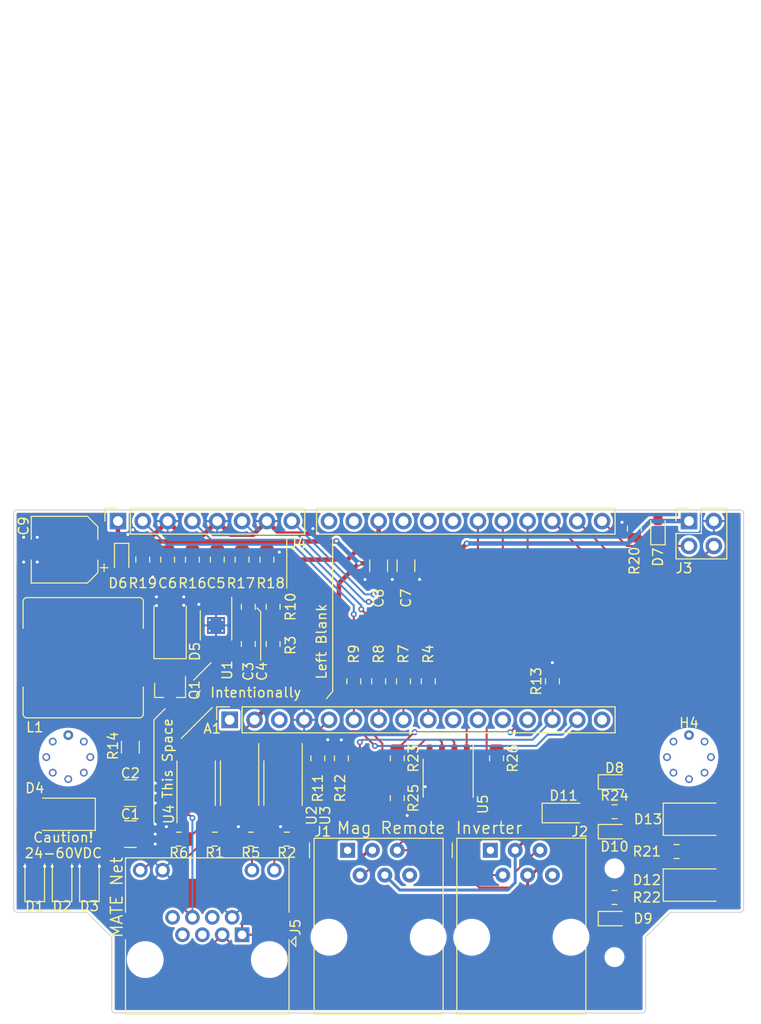
<source format=kicad_pcb>
(kicad_pcb (version 20171130) (host pcbnew "(5.1.6-0)")
  (title_block (title "MATE Net Monitor") (date 2021-08-24) (rev P1) (company "Designed By: Ian Hartwig"))
  (layers (0 F.Cu signal) (31 B.Cu signal) (34 B.Paste user) (35 F.Paste user) (36 B.SilkS user) (37 F.SilkS user) (38 B.Mask user) (39 F.Mask user) (44 Edge.Cuts user))
  (net 0 "")
  (net 1 +3V3)
  (net 2 "Net-(A1-PadMD)")
  (net 3 GND)
  (net 4 /PB_PWM2)
  (net 5 /PB_ADC1)
  (net 6 /PB_ADC2)
  (net 7 /PB_ADC3)
  (net 8 /PB_ADC4)
  (net 9 "Net-(A1-PadA5)")
  (net 10 "Net-(A1-PadSCK)")
  (net 11 "Net-(A1-PadMO)")
  (net 12 "Net-(A1-PadMI)")
  (net 13 /PB_UART1_RX)
  (net 14 /PB_UART1_TX)
  (net 15 "Net-(A1-PadNC)")
  (net 16 /PB_SDA)
  (net 17 /PB_SCL)
  (net 18 /PB_D2)
  (net 19 /PB_D3)
  (net 20 /PB_UART2_TX)
  (net 21 /PB_UART2_RX)
  (net 22 "Net-(A1-PadD6)")
  (net 23 "Net-(A1-PadD7)")
  (net 24 "Net-(A1-PadD8)")
  (net 25 "Net-(A1-PadEN)")
  (net 26 "Net-(A1-PadLI+)")
  (net 27 +BATT)
  (net 28 "Net-(C5-Pad2)")
  (net 29 +5V)
  (net 30 /MATE_NET_TXD)
  (net 31 /MATE_NET_RXD)
  (net 32 /PBATT_CONN)
  (net 33 /P5V_K)
  (net 34 /P3V3_K)
  (net 35 /MAG_NET_GND_R)
  (net 36 /MAG_NET_P14V_K)
  (net 37 /MAG_NET_P14V_R)
  (net 38 /MAG_NET_GND_K)
  (net 39 /PB_D2_R)
  (net 40 /MAG_NET_GND)
  (net 41 /MAG_NET_P14V)
  (net 42 /PBATT_K)
  (net 43 /MATE_NET_IND_A)
  (net 44 /CONN_ADC1)
  (net 45 /CONN_ADC2)
  (net 46 /CONN_ADC3)
  (net 47 /CONN_ADC4)
  (net 48 /MAG_NET_B)
  (net 49 /MAG_NET_A)
  (net 50 /P5V_ISEN)
  (net 51 /MATE_NET_IND_R)
  (net 52 "Net-(R3-Pad2)")
  (net 53 /MATE_NET_RXD_K)
  (net 54 "Net-(R11-Pad1)")
  (net 55 "Net-(R12-Pad1)")
  (net 56 /P5V_VCC)
  (net 57 /P5V_ADJ)
  (net 58 /P5V_AC)
  (net 59 /P5V_SW)
  (net 60 "Net-(J1-Pad6)")
  (net 61 "Net-(J1-Pad1)")
  (net 62 "Net-(J2-Pad1)")
  (net 63 "Net-(J2-Pad6)")
  (net 64 "Net-(J5-Pad5)")
  (net 65 "Net-(J5-Pad7)")
  (net 66 "Net-(J5-Pad4)")
  (net 67 "Net-(J5-Pad8)")
  (net 68 /P5V_PGATE)
  (net 69 /U5_EN)
  (net 70 "Net-(A1-PadRST)")
  (net 71 "Net-(H3-Pad1)")
  (net 72 "Net-(H4-Pad1)")
  (module mate-net-monitor-special:MountingHole_3mm_Pad_Via_NoPTH (layer F.Cu) (at 118.11 96.52)
    (fp_text reference H3 hide)
    (fp_text value M3)
    (pad 1 smd custom (at 0 -2.25) (size 0.25 0.25) (layers B.Cu B.Mask) (net 71 "Net-(H3-Pad1)") (options (clearance outline) (anchor circle)) (primitives (gr_arc (start 0 2.25) (end 0 0) (angle 360) (width 1))))
    (pad "" np_thru_hole circle (at 0 0) (size 3 3) (drill 3) (layers *.Cu *.Mask))
    (pad 1 thru_hole circle (at 1.59 -1.59) (size 0.8 0.8) (drill 0.5) (layers *.Cu *.Mask) (net 71 "Net-(H3-Pad1)"))
    (pad 1 thru_hole circle (at 0 -2.25) (size 0.8 0.8) (drill 0.5) (layers *.Cu *.Mask) (net 71 "Net-(H3-Pad1)"))
    (pad 1 thru_hole circle (at -1.59 -1.59) (size 0.8 0.8) (drill 0.5) (layers *.Cu *.Mask) (net 71 "Net-(H3-Pad1)"))
    (pad 1 thru_hole circle (at -2.25 0) (size 0.8 0.8) (drill 0.5) (layers *.Cu *.Mask) (net 71 "Net-(H3-Pad1)"))
    (pad 1 thru_hole circle (at -1.59 1.59) (size 0.8 0.8) (drill 0.5) (layers *.Cu *.Mask) (net 71 "Net-(H3-Pad1)"))
    (pad 1 thru_hole circle (at 0 2.25) (size 0.8 0.8) (drill 0.5) (layers *.Cu *.Mask) (net 71 "Net-(H3-Pad1)"))
    (pad 1 thru_hole circle (at 1.59 1.59) (size 0.8 0.8) (drill 0.5) (layers *.Cu *.Mask) (net 71 "Net-(H3-Pad1)"))
    (pad 1 thru_hole circle (at 2.25 0) (size 0.8 0.8) (drill 0.5) (layers *.Cu *.Mask) (net 71 "Net-(H3-Pad1)"))
    (pad 1 smd custom (at 0 -2.25) (size 0.25 0.25) (layers F.Cu F.Mask) (net 71 "Net-(H3-Pad1)") (options (clearance outline) (anchor circle)) (primitives (gr_arc (start 0 2.25) (end 0 0) (angle 360) (width 1))))
  )
  (module mate-net-monitor-special:MountingHole_3mm_Pad_Via_NoPTH (layer F.Cu) (at 181.61 96.52)
    (fp_text reference H4 (at 0 -3.5) (layer F.SilkS))
    (fp_text value M3)
    (pad 1 smd custom (at 0 -2.25) (size 0.25 0.25) (layers B.Cu B.Mask) (net 72 "Net-(H4-Pad1)") (options (clearance outline) (anchor circle)) (primitives (gr_arc (start 0 2.25) (end 0 0) (angle 360) (width 1))))
    (pad "" np_thru_hole circle (at 0 0) (size 3 3) (drill 3) (layers *.Cu *.Mask))
    (pad 1 thru_hole circle (at 1.59 -1.59) (size 0.8 0.8) (drill 0.5) (layers *.Cu *.Mask) (net 72 "Net-(H4-Pad1)"))
    (pad 1 thru_hole circle (at 0 -2.25) (size 0.8 0.8) (drill 0.5) (layers *.Cu *.Mask) (net 72 "Net-(H4-Pad1)"))
    (pad 1 thru_hole circle (at -1.59 -1.59) (size 0.8 0.8) (drill 0.5) (layers *.Cu *.Mask) (net 72 "Net-(H4-Pad1)"))
    (pad 1 thru_hole circle (at -2.25 0) (size 0.8 0.8) (drill 0.5) (layers *.Cu *.Mask) (net 72 "Net-(H4-Pad1)"))
    (pad 1 thru_hole circle (at -1.59 1.59) (size 0.8 0.8) (drill 0.5) (layers *.Cu *.Mask) (net 72 "Net-(H4-Pad1)"))
    (pad 1 thru_hole circle (at 0 2.25) (size 0.8 0.8) (drill 0.5) (layers *.Cu *.Mask) (net 72 "Net-(H4-Pad1)"))
    (pad 1 thru_hole circle (at 1.59 1.59) (size 0.8 0.8) (drill 0.5) (layers *.Cu *.Mask) (net 72 "Net-(H4-Pad1)"))
    (pad 1 thru_hole circle (at 2.25 0) (size 0.8 0.8) (drill 0.5) (layers *.Cu *.Mask) (net 72 "Net-(H4-Pad1)"))
    (pad 1 smd custom (at 0 -2.25) (size 0.25 0.25) (layers F.Cu F.Mask) (net 72 "Net-(H4-Pad1)") (options (clearance outline) (anchor circle)) (primitives (gr_arc (start 0 2.25) (end 0 0) (angle 360) (width 1))))
  )
  (module Connector_PinSocket_2.54mm:PinSocket_1x08_P2.54mm_Vertical (layer F.Cu) (at 123.19 72.39 90)
    (fp_text reference J4 (at -2.286 18.415 180) (layer F.SilkS))
    (fp_text value Conn_01x08)
    (pad 1 thru_hole rect (at 0 0 90) (size 1.7 1.7) (drill 1) (layers *.Cu *.Mask) (net 1 +3V3))
    (pad 2 thru_hole oval (at 0 2.54 90) (size 1.7 1.7) (drill 1) (layers *.Cu *.Mask) (net 44 /CONN_ADC1))
    (pad 3 thru_hole oval (at 0 5.08 90) (size 1.7 1.7) (drill 1) (layers *.Cu *.Mask) (net 3 GND))
    (pad 4 thru_hole oval (at 0 7.62 90) (size 1.7 1.7) (drill 1) (layers *.Cu *.Mask) (net 45 /CONN_ADC2))
    (pad 5 thru_hole oval (at 0 10.16 90) (size 1.7 1.7) (drill 1) (layers *.Cu *.Mask) (net 3 GND))
    (pad 6 thru_hole oval (at 0 12.7 90) (size 1.7 1.7) (drill 1) (layers *.Cu *.Mask) (net 46 /CONN_ADC3))
    (pad 7 thru_hole oval (at 0 15.24 90) (size 1.7 1.7) (drill 1) (layers *.Cu *.Mask) (net 3 GND))
    (pad 8 thru_hole oval (at 0 17.78 90) (size 1.7 1.7) (drill 1) (layers *.Cu *.Mask) (net 47 /CONN_ADC4))
  )
  (module mate-net-monitor-special:Particle_Boron_1x16_1x12_P2.54mm (layer F.Cu) (at 134.62 92.71 90)
    (fp_text reference A1 (at -0.889 -1.778 180) (layer F.SilkS))
    (fp_text value Particle_Boron)
    (pad RST thru_hole rect (at 0 0 90) (size 1.7 1.7) (drill 1) (layers *.Cu *.Mask) (net 70 "Net-(A1-PadRST)"))
    (pad 3V3 thru_hole oval (at 0 2.54 90) (size 1.7 1.7) (drill 1) (layers *.Cu *.Mask) (net 1 +3V3))
    (pad MD thru_hole oval (at 0 5.08 90) (size 1.7 1.7) (drill 1) (layers *.Cu *.Mask) (net 2 "Net-(A1-PadMD)"))
    (pad GND thru_hole oval (at 0 7.62 90) (size 1.7 1.7) (drill 1) (layers *.Cu *.Mask) (net 3 GND))
    (pad A0 thru_hole oval (at 0 10.16 90) (size 1.7 1.7) (drill 1) (layers *.Cu *.Mask) (net 4 /PB_PWM2))
    (pad A1 thru_hole oval (at 0 12.7 90) (size 1.7 1.7) (drill 1) (layers *.Cu *.Mask) (net 5 /PB_ADC1))
    (pad A2 thru_hole oval (at 0 15.24 90) (size 1.7 1.7) (drill 1) (layers *.Cu *.Mask) (net 6 /PB_ADC2))
    (pad A3 thru_hole oval (at 0 17.78 90) (size 1.7 1.7) (drill 1) (layers *.Cu *.Mask) (net 7 /PB_ADC3))
    (pad A4 thru_hole oval (at 0 20.32 90) (size 1.7 1.7) (drill 1) (layers *.Cu *.Mask) (net 8 /PB_ADC4))
    (pad A5 thru_hole oval (at 0 22.86 90) (size 1.7 1.7) (drill 1) (layers *.Cu *.Mask) (net 9 "Net-(A1-PadA5)"))
    (pad SCK thru_hole oval (at 0 25.4 90) (size 1.7 1.7) (drill 1) (layers *.Cu *.Mask) (net 10 "Net-(A1-PadSCK)"))
    (pad MO thru_hole oval (at 0 27.94 90) (size 1.7 1.7) (drill 1) (layers *.Cu *.Mask) (net 11 "Net-(A1-PadMO)"))
    (pad MI thru_hole oval (at 0 30.48 90) (size 1.7 1.7) (drill 1) (layers *.Cu *.Mask) (net 12 "Net-(A1-PadMI)"))
    (pad RX thru_hole oval (at 0 33.02 90) (size 1.7 1.7) (drill 1) (layers *.Cu *.Mask) (net 13 /PB_UART1_RX))
    (pad TX thru_hole oval (at 0 35.56 90) (size 1.7 1.7) (drill 1) (layers *.Cu *.Mask) (net 14 /PB_UART1_TX))
    (pad NC thru_hole oval (at 0 38.1 90) (size 1.7 1.7) (drill 1) (layers *.Cu *.Mask) (net 15 "Net-(A1-PadNC)"))
    (pad VUSB thru_hole oval (at 20.32 15.24 90) (size 1.7 1.7) (drill 1) (layers *.Cu *.Mask) (net 29 +5V))
    (pad SDA thru_hole oval (at 20.32 38.1 90) (size 1.7 1.7) (drill 1) (layers *.Cu *.Mask) (net 16 /PB_SDA))
    (pad SCL thru_hole oval (at 20.32 35.56 90) (size 1.7 1.7) (drill 1) (layers *.Cu *.Mask) (net 17 /PB_SCL))
    (pad D2 thru_hole oval (at 20.32 33.02 90) (size 1.7 1.7) (drill 1) (layers *.Cu *.Mask) (net 18 /PB_D2))
    (pad D3 thru_hole oval (at 20.32 30.48 90) (size 1.7 1.7) (drill 1) (layers *.Cu *.Mask) (net 19 /PB_D3))
    (pad D4 thru_hole oval (at 20.32 27.94 90) (size 1.7 1.7) (drill 1) (layers *.Cu *.Mask) (net 20 /PB_UART2_TX))
    (pad D5 thru_hole oval (at 20.32 25.4 90) (size 1.7 1.7) (drill 1) (layers *.Cu *.Mask) (net 21 /PB_UART2_RX))
    (pad D6 thru_hole oval (at 20.32 22.86 90) (size 1.7 1.7) (drill 1) (layers *.Cu *.Mask) (net 22 "Net-(A1-PadD6)"))
    (pad D7 thru_hole oval (at 20.32 20.32 90) (size 1.7 1.7) (drill 1) (layers *.Cu *.Mask) (net 23 "Net-(A1-PadD7)"))
    (pad D8 thru_hole oval (at 20.32 17.78 90) (size 1.7 1.7) (drill 1) (layers *.Cu *.Mask) (net 24 "Net-(A1-PadD8)"))
    (pad EN thru_hole oval (at 20.32 12.7 90) (size 1.7 1.7) (drill 1) (layers *.Cu *.Mask) (net 25 "Net-(A1-PadEN)"))
    (pad LI+ thru_hole oval (at 20.32 10.16 90) (size 1.7 1.7) (drill 1) (layers *.Cu *.Mask) (net 26 "Net-(A1-PadLI+)"))
  )
  (module Capacitor_SMD:C_1210_3225Metric (layer F.Cu) (at 124.46 104.394)
    (fp_text reference C1 (at 0 -2.032) (layer F.SilkS))
    (fp_text value 1uF)
    (pad 1 smd roundrect (at -1.4 0) (size 1.25 2.65) (layers F.Cu F.Paste F.Mask) (roundrect_rratio 0.2) (net 27 +BATT))
    (pad 2 smd roundrect (at 1.4 0) (size 1.25 2.65) (layers F.Cu F.Paste F.Mask) (roundrect_rratio 0.2) (net 3 GND))
  )
  (module Capacitor_SMD:C_1210_3225Metric (layer F.Cu) (at 124.46 100.203)
    (fp_text reference C2 (at 0 -2.032) (layer F.SilkS))
    (fp_text value 1uF)
    (pad 2 smd roundrect (at 1.4 0) (size 1.25 2.65) (layers F.Cu F.Paste F.Mask) (roundrect_rratio 0.2) (net 3 GND))
    (pad 1 smd roundrect (at -1.4 0) (size 1.25 2.65) (layers F.Cu F.Paste F.Mask) (roundrect_rratio 0.2) (net 27 +BATT))
  )
  (module Capacitor_SMD:C_0805_2012Metric (layer F.Cu) (at 136.525 84.963 270)
    (fp_text reference C3 (at 2.794 0 90) (layer F.SilkS))
    (fp_text value 470nF)
    (pad 2 smd roundrect (at 0.9375 0 270) (size 0.975 1.4) (layers F.Cu F.Paste F.Mask) (net 56 /P5V_VCC))
    (pad 1 smd roundrect (at -0.9375 0 270) (size 0.975 1.4) (layers F.Cu F.Paste F.Mask) (net 27 +BATT))
  )
  (module Capacitor_SMD:C_0805_2012Metric (layer F.Cu) (at 136.525 81.153 90)
    (fp_text reference C4 (at -6.604 1.397 270) (layer F.SilkS))
    (fp_text value 1nF)
    (pad 1 smd roundrect (at -0.9375 0 90) (size 0.975 1.4) (layers F.Cu F.Paste F.Mask) (net 27 +BATT))
    (pad 2 smd roundrect (at 0.9375 0 90) (size 0.975 1.4) (layers F.Cu F.Paste F.Mask) (net 57 /P5V_ADJ))
  )
  (module Capacitor_SMD:C_0805_2012Metric (layer F.Cu) (at 133.35 76.327 270)
    (fp_text reference C5 (at 2.413 0.127 180) (layer F.SilkS))
    (fp_text value 1.3nF)
    (pad 1 smd roundrect (at -0.9375 0 270) (size 0.975 1.4) (layers F.Cu F.Paste F.Mask) (net 58 /P5V_AC))
    (pad 2 smd roundrect (at 0.9375 0 270) (size 0.975 1.4) (layers F.Cu F.Paste F.Mask) (net 28 "Net-(C5-Pad2)"))
  )
  (module Capacitor_SMD:C_0805_2012Metric (layer F.Cu) (at 128.27 76.327 90)
    (fp_text reference C6 (at -2.413 0 180) (layer F.SilkS))
    (fp_text value 12nF)
    (pad 2 smd roundrect (at 0.9375 0 90) (size 0.975 1.4) (layers F.Cu F.Paste F.Mask) (net 58 /P5V_AC))
    (pad 1 smd roundrect (at -0.9375 0 90) (size 0.975 1.4) (layers F.Cu F.Paste F.Mask) (net 29 +5V))
  )
  (module Capacitor_SMD:C_1206_3216Metric (layer F.Cu) (at 152.654 76.962 270)
    (fp_text reference C7 (at 3.302 0 90) (layer F.SilkS))
    (fp_text value 47uF)
    (pad 2 smd roundrect (at 1.4 0 270) (size 1.25 1.75) (layers F.Cu F.Paste F.Mask) (roundrect_rratio 0.2) (net 3 GND))
    (pad 1 smd roundrect (at -1.4 0 270) (size 1.25 1.75) (layers F.Cu F.Paste F.Mask) (roundrect_rratio 0.2) (net 29 +5V))
  )
  (module Capacitor_SMD:C_1206_3216Metric (layer F.Cu) (at 149.86 76.962 270)
    (fp_text reference C8 (at 3.302 0 90) (layer F.SilkS))
    (fp_text value 47uF)
    (pad 1 smd roundrect (at -1.4 0 270) (size 1.25 1.75) (layers F.Cu F.Paste F.Mask) (roundrect_rratio 0.2) (net 29 +5V))
    (pad 2 smd roundrect (at 1.4 0 270) (size 1.25 1.75) (layers F.Cu F.Paste F.Mask) (roundrect_rratio 0.2) (net 3 GND))
  )
  (module Diode_SMD:D_SOD-123F (layer F.Cu) (at 114.681 109.093 90)
    (fp_text reference D1 (at -2.667 0 180) (layer F.SilkS))
    (fp_text value Vr=60V)
    (pad 1 smd rect (at -1.4 0 90) (size 1.1 1.1) (layers F.Cu F.Paste F.Mask) (net 30 /MATE_NET_TXD))
    (pad 2 smd rect (at 1.4 0 90) (size 1.1 1.1) (layers F.Cu F.Paste F.Mask) (net 3 GND))
  )
  (module Diode_SMD:D_SOD-123F (layer F.Cu) (at 117.475 109.093 90)
    (fp_text reference D2 (at -2.667 0 180) (layer F.SilkS))
    (fp_text value Vr=60V)
    (pad 2 smd rect (at 1.4 0 90) (size 1.1 1.1) (layers F.Cu F.Paste F.Mask) (net 3 GND))
    (pad 1 smd rect (at -1.4 0 90) (size 1.1 1.1) (layers F.Cu F.Paste F.Mask) (net 31 /MATE_NET_RXD))
  )
  (module Diode_SMD:D_SOD-123F (layer F.Cu) (at 120.269 109.093 90)
    (fp_text reference D3 (at -2.667 0 180) (layer F.SilkS))
    (fp_text value Vr=60V)
    (pad 1 smd rect (at -1.4 0 90) (size 1.1 1.1) (layers F.Cu F.Paste F.Mask) (net 32 /PBATT_CONN))
    (pad 2 smd rect (at 1.4 0 90) (size 1.1 1.1) (layers F.Cu F.Paste F.Mask) (net 3 GND))
  )
  (module Diode_SMD:D_SMA (layer F.Cu) (at 117.475 102.362 180)
    (fp_text reference D4 (at 2.794 2.667) (layer F.SilkS))
    (fp_text value D_Small_ALT)
    (pad 1 smd rect (at -2 0 180) (size 2.5 1.8) (layers F.Cu F.Paste F.Mask) (net 27 +BATT))
    (pad 2 smd rect (at 2 0 180) (size 2.5 1.8) (layers F.Cu F.Paste F.Mask) (net 32 /PBATT_CONN))
  )
  (module Diode_SMD:D_SMA (layer F.Cu) (at 128.524 83.058 90)
    (fp_text reference D5 (at -2.667 2.54 90) (layer F.SilkS))
    (fp_text value D_Schottky_Small_ALT)
    (pad 1 smd rect (at -2 0 90) (size 2.5 1.8) (layers F.Cu F.Paste F.Mask) (net 59 /P5V_SW))
    (pad 2 smd rect (at 2 0 90) (size 2.5 1.8) (layers F.Cu F.Paste F.Mask) (net 3 GND))
  )
  (module LED_SMD:LED_0603_1608Metric_Pad1.05x0.95mm_HandSolder (layer F.Cu) (at 123.571 76.327 270)
    (fp_text reference D6 (at 2.413 0.381 180) (layer F.SilkS))
    (fp_text value Green)
    (pad 1 smd roundrect (at -0.875 0 270) (size 1.05 0.95) (layers F.Cu F.Paste F.Mask) (net 33 /P5V_K))
    (pad 2 smd roundrect (at 0.875 0 270) (size 1.05 0.95) (layers F.Cu F.Paste F.Mask) (net 29 +5V))
  )
  (module LED_SMD:LED_0603_1608Metric_Pad1.05x0.95mm_HandSolder (layer F.Cu) (at 178.435 73.152 90)
    (fp_text reference D7 (at -2.921 0 270) (layer F.SilkS))
    (fp_text value Green)
    (pad 2 smd roundrect (at 0.875 0 90) (size 1.05 0.95) (layers F.Cu F.Paste F.Mask) (net 1 +3V3))
    (pad 1 smd roundrect (at -0.875 0 90) (size 1.05 0.95) (layers F.Cu F.Paste F.Mask) (net 34 /P3V3_K))
  )
  (module LED_SMD:LED_0603_1608Metric_Pad1.05x0.95mm_HandSolder (layer F.Cu) (at 173.99 99.06)
    (fp_text reference D8 (at 0 -1.43) (layer F.SilkS))
    (fp_text value Green)
    (pad 1 smd roundrect (at -0.875 0) (size 1.05 0.95) (layers F.Cu F.Paste F.Mask) (net 35 /MAG_NET_GND_R))
    (pad 2 smd roundrect (at 0.875 0) (size 1.05 0.95) (layers F.Cu F.Paste F.Mask) (net 36 /MAG_NET_P14V_K))
  )
  (module LED_SMD:LED_0603_1608Metric_Pad1.05x0.95mm_HandSolder (layer F.Cu) (at 173.99 113.03)
    (fp_text reference D9 (at 2.921 0) (layer F.SilkS))
    (fp_text value Red)
    (pad 1 smd roundrect (at -0.875 0) (size 1.05 0.95) (layers F.Cu F.Paste F.Mask) (net 37 /MAG_NET_P14V_R))
    (pad 2 smd roundrect (at 0.875 0) (size 1.05 0.95) (layers F.Cu F.Paste F.Mask) (net 38 /MAG_NET_GND_K))
  )
  (module LED_SMD:LED_0603_1608Metric_Pad1.05x0.95mm_HandSolder (layer F.Cu) (at 173.99 104.14)
    (fp_text reference D10 (at 0 1.524) (layer F.SilkS))
    (fp_text value Yellow)
    (pad 2 smd roundrect (at 0.875 0) (size 1.05 0.95) (layers F.Cu F.Paste F.Mask) (net 1 +3V3))
    (pad 1 smd roundrect (at -0.875 0) (size 1.05 0.95) (layers F.Cu F.Paste F.Mask) (net 39 /PB_D2_R))
  )
  (module Diode_SMD:D_SOD-123F (layer F.Cu) (at 168.783 102.235)
    (fp_text reference D11 (at 0 -1.778) (layer F.SilkS))
    (fp_text value Vr=60V)
    (pad 2 smd rect (at 1.4 0) (size 1.1 1.1) (layers F.Cu F.Paste F.Mask) (net 40 /MAG_NET_GND))
    (pad 1 smd rect (at -1.4 0) (size 1.1 1.1) (layers F.Cu F.Paste F.Mask) (net 41 /MAG_NET_P14V))
  )
  (module Diode_SMD:D_SMA (layer F.Cu) (at 182.372 109.601)
    (fp_text reference D12 (at -5.08 -0.508) (layer F.SilkS))
    (fp_text value D_Small_ALT)
    (pad 2 smd rect (at 2 0) (size 2.5 1.8) (layers F.Cu F.Paste F.Mask) (net 40 /MAG_NET_GND))
    (pad 1 smd rect (at -2 0) (size 2.5 1.8) (layers F.Cu F.Paste F.Mask) (net 38 /MAG_NET_GND_K))
  )
  (module Diode_SMD:D_SMA (layer F.Cu) (at 182.372 102.87)
    (fp_text reference D13 (at -4.953 0) (layer F.SilkS))
    (fp_text value D_Small_ALT)
    (pad 2 smd rect (at 2 0) (size 2.5 1.8) (layers F.Cu F.Paste F.Mask) (net 41 /MAG_NET_P14V))
    (pad 1 smd rect (at -2 0) (size 2.5 1.8) (layers F.Cu F.Paste F.Mask) (net 36 /MAG_NET_P14V_K))
  )
  (module mate-net-monitor-special:Enclosure_WM032C (layer F.Cu) (at 149.86 71.12)
    (fp_text reference H1 hide)
    (fp_text value Enclosure_WM032C)
  )
  (module mate-net-monitor-special:Light_Pipe_3x1_7511B11 (layer F.Cu) (at 173.99 103.6828 270)
    (fp_text reference H2)
    (fp_text value Light_Pipe_3x1_7511B11)
    (pad "" np_thru_hole circle (at 4.2164 0 270) (size 1.524 1.524) (drill 1.524) (layers *.Cu *.Mask))
    (pad "" np_thru_hole circle (at 13.2842 0 270) (size 1.524 1.524) (drill 1.524) (layers *.Cu *.Mask))
  )
  (module mate-net-monitor-special:RJ45_Amphenol_RJHSE508X (layer F.Cu) (at 135.89 114.681 180)
    (fp_text reference J5 (at -5.461 0.762 90) (layer F.SilkS))
    (fp_text value RJHSE-5081)
    (pad 1 thru_hole rect (at 0 0 180) (size 1.5 1.5) (drill 0.89) (layers *.Cu *.Mask) (net 32 /PBATT_CONN))
    (pad 3 thru_hole circle (at 2.032 0 180) (size 1.5 1.5) (drill 0.89) (layers *.Cu *.Mask) (net 30 /MATE_NET_TXD))
    (pad 5 thru_hole circle (at 4.064 0 180) (size 1.5 1.5) (drill 0.89) (layers *.Cu *.Mask) (net 64 "Net-(J5-Pad5)"))
    (pad 7 thru_hole circle (at 6.096 0 180) (size 1.5 1.5) (drill 0.89) (layers *.Cu *.Mask) (net 65 "Net-(J5-Pad7)"))
    (pad 2 thru_hole circle (at 1.016 1.78 180) (size 1.5 1.5) (drill 0.89) (layers *.Cu *.Mask) (net 3 GND))
    (pad 4 thru_hole circle (at 3.048 1.78 180) (size 1.5 1.5) (drill 0.89) (layers *.Cu *.Mask) (net 66 "Net-(J5-Pad4)"))
    (pad 6 thru_hole circle (at 5.08 1.78 180) (size 1.5 1.5) (drill 0.89) (layers *.Cu *.Mask) (net 31 /MATE_NET_RXD))
    (pad 8 thru_hole circle (at 7.112 1.78 180) (size 1.5 1.5) (drill 0.89) (layers *.Cu *.Mask) (net 67 "Net-(J5-Pad8)"))
    (pad "" np_thru_hole circle (at -2.79 -2.54 180) (size 3.25 3.25) (drill 3.25) (layers *.Cu *.Mask))
    (pad "" np_thru_hole circle (at 9.91 -2.54 180) (size 3.25 3.25) (drill 3.25) (layers *.Cu *.Mask))
    (pad 9 thru_hole circle (at -3.3 6.6 180) (size 1.5 1.5) (drill 0.89) (layers *.Cu *.Mask) (net 42 /PBATT_K))
    (pad 10 thru_hole circle (at -1.01 6.6 180) (size 1.5 1.5) (drill 0.89) (layers *.Cu *.Mask) (net 27 +BATT))
    (pad 11 thru_hole circle (at 8.13 6.6 180) (size 1.5 1.5) (drill 0.89) (layers *.Cu *.Mask) (net 3 GND))
    (pad 12 thru_hole circle (at 10.42 6.6 180) (size 1.5 1.5) (drill 0.89) (layers *.Cu *.Mask) (net 43 /MATE_NET_IND_A))
  )
  (module Connector_PinSocket_2.54mm:PinSocket_2x02_P2.54mm_Vertical (layer F.Cu) (at 181.61 72.39 90)
    (fp_text reference J3 (at -4.826 -0.508 180) (layer F.SilkS))
    (fp_text value Conn_02x02_Odd_Even)
    (pad 1 thru_hole rect (at 0 0 90) (size 1.7 1.7) (drill 1) (layers *.Cu *.Mask) (net 1 +3V3))
    (pad 2 thru_hole oval (at -2.54 0 90) (size 1.7 1.7) (drill 1) (layers *.Cu *.Mask) (net 16 /PB_SDA))
    (pad 3 thru_hole oval (at 0 2.54 90) (size 1.7 1.7) (drill 1) (layers *.Cu *.Mask) (net 3 GND))
    (pad 4 thru_hole oval (at -2.54 2.54 90) (size 1.7 1.7) (drill 1) (layers *.Cu *.Mask) (net 17 /PB_SCL))
  )
  (module Connector_RJ:RJ12_Amphenol_54601 (layer F.Cu) (at 146.685 106.045)
    (fp_text reference J1 (at -2.54 -1.905) (layer F.SilkS))
    (fp_text value 6P6C)
    (pad "" np_thru_hole circle (at 8.25 8.89) (size 3.25 3.25) (drill 3.25) (layers *.Cu *.Mask))
    (pad 6 thru_hole circle (at 6.35 2.54) (size 1.52 1.52) (drill 0.76) (layers *.Cu *.Mask) (net 60 "Net-(J1-Pad6)"))
    (pad 5 thru_hole circle (at 5.08 0) (size 1.52 1.52) (drill 0.76) (layers *.Cu *.Mask) (net 48 /MAG_NET_B))
    (pad 4 thru_hole circle (at 3.81 2.54) (size 1.52 1.52) (drill 0.76) (layers *.Cu *.Mask) (net 41 /MAG_NET_P14V))
    (pad 3 thru_hole circle (at 2.54 0) (size 1.52 1.52) (drill 0.76) (layers *.Cu *.Mask) (net 40 /MAG_NET_GND))
    (pad 2 thru_hole circle (at 1.27 2.54) (size 1.52 1.52) (drill 0.76) (layers *.Cu *.Mask) (net 49 /MAG_NET_A))
    (pad "" np_thru_hole circle (at -1.91 8.89) (size 3.25 3.25) (drill 3.25) (layers *.Cu *.Mask))
    (pad 1 thru_hole rect (at 0 0) (size 1.52 1.52) (drill 0.76) (layers *.Cu *.Mask) (net 61 "Net-(J1-Pad1)"))
  )
  (module Connector_RJ:RJ12_Amphenol_54601 (layer F.Cu) (at 161.29 106.045)
    (fp_text reference J2 (at 9.144 -1.905) (layer F.SilkS))
    (fp_text value 6P6C)
    (pad 1 thru_hole rect (at 0 0) (size 1.52 1.52) (drill 0.76) (layers *.Cu *.Mask) (net 62 "Net-(J2-Pad1)"))
    (pad "" np_thru_hole circle (at -1.91 8.89) (size 3.25 3.25) (drill 3.25) (layers *.Cu *.Mask))
    (pad 2 thru_hole circle (at 1.27 2.54) (size 1.52 1.52) (drill 0.76) (layers *.Cu *.Mask) (net 48 /MAG_NET_B))
    (pad 3 thru_hole circle (at 2.54 0) (size 1.52 1.52) (drill 0.76) (layers *.Cu *.Mask) (net 41 /MAG_NET_P14V))
    (pad 4 thru_hole circle (at 3.81 2.54) (size 1.52 1.52) (drill 0.76) (layers *.Cu *.Mask) (net 40 /MAG_NET_GND))
    (pad 5 thru_hole circle (at 5.08 0) (size 1.52 1.52) (drill 0.76) (layers *.Cu *.Mask) (net 49 /MAG_NET_A))
    (pad 6 thru_hole circle (at 6.35 2.54) (size 1.52 1.52) (drill 0.76) (layers *.Cu *.Mask) (net 63 "Net-(J2-Pad6)"))
    (pad "" np_thru_hole circle (at 8.25 8.89) (size 3.25 3.25) (drill 3.25) (layers *.Cu *.Mask))
  )
  (module Inductor_SMD:L_Bourns_SRR1210A (layer F.Cu) (at 119.634 86.36 180)
    (fp_text reference L1 (at 4.953 -7.112) (layer F.SilkS))
    (fp_text value "68uH 100mOhm")
    (pad 2 smd rect (at 5.05 0 180) (size 2.8 5.3) (layers F.Cu F.Paste F.Mask) (net 29 +5V))
    (pad 1 smd rect (at -5.05 0 180) (size 2.8 5.3) (layers F.Cu F.Paste F.Mask) (net 59 /P5V_SW))
  )
  (module Package_TO_SOT_SMD:SOT-23 (layer F.Cu) (at 128.524 89.662 270)
    (fp_text reference Q1 (at 0 -2.5 90) (layer F.SilkS))
    (fp_text value Si2337DS)
    (pad 1 smd rect (at -1 -0.95 270) (size 0.9 0.8) (layers F.Cu F.Paste F.Mask) (net 68 /P5V_PGATE))
    (pad 2 smd rect (at -1 0.95 270) (size 0.9 0.8) (layers F.Cu F.Paste F.Mask) (net 59 /P5V_SW))
    (pad 3 smd rect (at 1 0 270) (size 0.9 0.8) (layers F.Cu F.Paste F.Mask) (net 50 /P5V_ISEN))
  )
  (module Resistor_SMD:R_0805_2012Metric (layer F.Cu) (at 133.096 104.902 180)
    (fp_text reference R1 (at 0 -1.397) (layer F.SilkS))
    (fp_text value 33k)
    (pad 1 smd roundrect (at -0.9375 0 180) (size 0.975 1.4) (layers F.Cu F.Paste F.Mask) (net 51 /MATE_NET_IND_R))
    (pad 2 smd roundrect (at 0.9375 0 180) (size 0.975 1.4) (layers F.Cu F.Paste F.Mask) (net 43 /MATE_NET_IND_A))
  )
  (module Resistor_SMD:R_0805_2012Metric (layer F.Cu) (at 140.462 104.902 180)
    (fp_text reference R2 (at 0 -1.397) (layer F.SilkS))
    (fp_text value 33k)
    (pad 2 smd roundrect (at 0.9375 0 180) (size 0.975 1.4) (layers F.Cu F.Paste F.Mask) (net 3 GND))
    (pad 1 smd roundrect (at -0.9375 0 180) (size 0.975 1.4) (layers F.Cu F.Paste F.Mask) (net 42 /PBATT_K))
  )
  (module Resistor_SMD:R_0805_2012Metric (layer F.Cu) (at 139.065 84.963 270)
    (fp_text reference R3 (at 0.127 -1.778 90) (layer F.SilkS))
    (fp_text value 133k)
    (pad 2 smd roundrect (at 0.9375 0 270) (size 0.975 1.4) (layers F.Cu F.Paste F.Mask) (net 52 "Net-(R3-Pad2)"))
    (pad 1 smd roundrect (at -0.9375 0 270) (size 0.975 1.4) (layers F.Cu F.Paste F.Mask) (net 27 +BATT))
  )
  (module Resistor_SMD:R_0805_2012Metric (layer F.Cu) (at 154.94 88.773 270)
    (fp_text reference R4 (at -2.794 0 90) (layer F.SilkS))
    (fp_text value 47k)
    (pad 1 smd roundrect (at -0.9375 0 270) (size 0.975 1.4) (layers F.Cu F.Paste F.Mask) (net 47 /CONN_ADC4))
    (pad 2 smd roundrect (at 0.9375 0 270) (size 0.975 1.4) (layers F.Cu F.Paste F.Mask) (net 8 /PB_ADC4))
  )
  (module Resistor_SMD:R_0805_2012Metric (layer F.Cu) (at 136.779 104.902 180)
    (fp_text reference R5 (at 0 -1.397) (layer F.SilkS))
    (fp_text value 33k)
    (pad 1 smd roundrect (at -0.9375 0 180) (size 0.975 1.4) (layers F.Cu F.Paste F.Mask) (net 30 /MATE_NET_TXD))
    (pad 2 smd roundrect (at 0.9375 0 180) (size 0.975 1.4) (layers F.Cu F.Paste F.Mask) (net 3 GND))
  )
  (module Resistor_SMD:R_0805_2012Metric (layer F.Cu) (at 129.413 104.902 180)
    (fp_text reference R6 (at 0 -1.397) (layer F.SilkS))
    (fp_text value 33k)
    (pad 2 smd roundrect (at 0.9375 0 180) (size 0.975 1.4) (layers F.Cu F.Paste F.Mask) (net 3 GND))
    (pad 1 smd roundrect (at -0.9375 0 180) (size 0.975 1.4) (layers F.Cu F.Paste F.Mask) (net 53 /MATE_NET_RXD_K))
  )
  (module Resistor_SMD:R_0805_2012Metric (layer F.Cu) (at 152.4 88.773 270)
    (fp_text reference R7 (at -2.794 0 90) (layer F.SilkS))
    (fp_text value 47k)
    (pad 2 smd roundrect (at 0.9375 0 270) (size 0.975 1.4) (layers F.Cu F.Paste F.Mask) (net 7 /PB_ADC3))
    (pad 1 smd roundrect (at -0.9375 0 270) (size 0.975 1.4) (layers F.Cu F.Paste F.Mask) (net 46 /CONN_ADC3))
  )
  (module Resistor_SMD:R_0805_2012Metric (layer F.Cu) (at 149.86 88.773 270)
    (fp_text reference R8 (at -2.794 0 90) (layer F.SilkS))
    (fp_text value 47k)
    (pad 2 smd roundrect (at 0.9375 0 270) (size 0.975 1.4) (layers F.Cu F.Paste F.Mask) (net 6 /PB_ADC2))
    (pad 1 smd roundrect (at -0.9375 0 270) (size 0.975 1.4) (layers F.Cu F.Paste F.Mask) (net 45 /CONN_ADC2))
  )
  (module Resistor_SMD:R_0805_2012Metric (layer F.Cu) (at 147.32 88.773 270)
    (fp_text reference R9 (at -2.794 0 90) (layer F.SilkS))
    (fp_text value 47k)
    (pad 1 smd roundrect (at -0.9375 0 270) (size 0.975 1.4) (layers F.Cu F.Paste F.Mask) (net 44 /CONN_ADC1))
    (pad 2 smd roundrect (at 0.9375 0 270) (size 0.975 1.4) (layers F.Cu F.Paste F.Mask) (net 5 /PB_ADC1))
  )
  (module Resistor_SMD:R_0805_2012Metric (layer F.Cu) (at 139.065 81.153 90)
    (fp_text reference R10 (at 0 1.778 90) (layer F.SilkS))
    (fp_text value 845)
    (pad 2 smd roundrect (at 0.9375 0 90) (size 0.975 1.4) (layers F.Cu F.Paste F.Mask) (net 57 /P5V_ADJ))
    (pad 1 smd roundrect (at -0.9375 0 90) (size 0.975 1.4) (layers F.Cu F.Paste F.Mask) (net 27 +BATT))
  )
  (module Resistor_SMD:R_0805_2012Metric (layer F.Cu) (at 143.637 96.647 90)
    (fp_text reference R11 (at -3.048 0 90) (layer F.SilkS))
    (fp_text value 2.2k)
    (pad 1 smd roundrect (at -0.9375 0 90) (size 0.975 1.4) (layers F.Cu F.Paste F.Mask) (net 54 "Net-(R11-Pad1)"))
    (pad 2 smd roundrect (at 0.9375 0 90) (size 0.975 1.4) (layers F.Cu F.Paste F.Mask) (net 3 GND))
  )
  (module Resistor_SMD:R_0805_2012Metric (layer F.Cu) (at 146.05 96.647 90)
    (fp_text reference R12 (at -3.048 -0.127 90) (layer F.SilkS))
    (fp_text value 2.2k)
    (pad 2 smd roundrect (at 0.9375 0 90) (size 0.975 1.4) (layers F.Cu F.Paste F.Mask) (net 3 GND))
    (pad 1 smd roundrect (at -0.9375 0 90) (size 0.975 1.4) (layers F.Cu F.Paste F.Mask) (net 55 "Net-(R12-Pad1)"))
  )
  (module Resistor_SMD:R_0805_2012Metric (layer F.Cu) (at 167.64 88.773 90)
    (fp_text reference R13 (at 0 -1.65 90) (layer F.SilkS))
    (fp_text value 2.2k)
    (pad 1 smd roundrect (at -0.9375 0 90) (size 0.975 1.4) (layers F.Cu F.Paste F.Mask) (net 13 /PB_UART1_RX))
    (pad 2 smd roundrect (at 0.9375 0 90) (size 0.975 1.4) (layers F.Cu F.Paste F.Mask) (net 3 GND))
  )
  (module Resistor_SMD:R_1206_3216Metric (layer F.Cu) (at 124.46 95.504 90)
    (fp_text reference R14 (at 0.127 -1.778 270) (layer F.SilkS))
    (fp_text value "10m 0.5W")
    (pad 1 smd roundrect (at -1.4 0 90) (size 1.25 1.75) (layers F.Cu F.Paste F.Mask) (roundrect_rratio 0.2) (net 27 +BATT))
    (pad 2 smd roundrect (at 1.4 0 90) (size 1.25 1.75) (layers F.Cu F.Paste F.Mask) (roundrect_rratio 0.2) (net 50 /P5V_ISEN))
  )
  (module Resistor_SMD:R_0805_2012Metric (layer F.Cu) (at 130.81 76.327 90)
    (fp_text reference R16 (at -2.413 0 180) (layer F.SilkS))
    (fp_text value 80.6k)
    (pad 1 smd roundrect (at -0.9375 0 90) (size 0.975 1.4) (layers F.Cu F.Paste F.Mask) (net 59 /P5V_SW))
    (pad 2 smd roundrect (at 0.9375 0 90) (size 0.975 1.4) (layers F.Cu F.Paste F.Mask) (net 58 /P5V_AC))
  )
  (module Resistor_SMD:R_0805_2012Metric (layer F.Cu) (at 135.89 76.327 270)
    (fp_text reference R17 (at 2.413 0.127) (layer F.SilkS))
    (fp_text value 10k)
    (pad 2 smd roundrect (at 0.9375 0 270) (size 0.975 1.4) (layers F.Cu F.Paste F.Mask) (net 28 "Net-(C5-Pad2)"))
    (pad 1 smd roundrect (at -0.9375 0 270) (size 0.975 1.4) (layers F.Cu F.Paste F.Mask) (net 29 +5V))
  )
  (module Resistor_SMD:R_0805_2012Metric (layer F.Cu) (at 138.43 76.327 90)
    (fp_text reference R18 (at -2.413 0.381) (layer F.SilkS))
    (fp_text value 3.32k)
    (pad 1 smd roundrect (at -0.9375 0 90) (size 0.975 1.4) (layers F.Cu F.Paste F.Mask) (net 28 "Net-(C5-Pad2)"))
    (pad 2 smd roundrect (at 0.9375 0 90) (size 0.975 1.4) (layers F.Cu F.Paste F.Mask) (net 3 GND))
  )
  (module Resistor_SMD:R_0805_2012Metric (layer F.Cu) (at 125.73 76.327 270)
    (fp_text reference R19 (at 2.413 0 180) (layer F.SilkS))
    (fp_text value 1k)
    (pad 2 smd roundrect (at 0.9375 0 270) (size 0.975 1.4) (layers F.Cu F.Paste F.Mask) (net 3 GND))
    (pad 1 smd roundrect (at -0.9375 0 270) (size 0.975 1.4) (layers F.Cu F.Paste F.Mask) (net 33 /P5V_K))
  )
  (module Resistor_SMD:R_0805_2012Metric (layer F.Cu) (at 176.022 73.152 90)
    (fp_text reference R20 (at -3.302 0 90) (layer F.SilkS))
    (fp_text value 1k)
    (pad 1 smd roundrect (at -0.9375 0 90) (size 0.975 1.4) (layers F.Cu F.Paste F.Mask) (net 34 /P3V3_K))
    (pad 2 smd roundrect (at 0.9375 0 90) (size 0.975 1.4) (layers F.Cu F.Paste F.Mask) (net 3 GND))
  )
  (module Resistor_SMD:R_0805_2012Metric (layer F.Cu) (at 180.34 106.172)
    (fp_text reference R21 (at -3.048 0) (layer F.SilkS))
    (fp_text value 10k)
    (pad 2 smd roundrect (at 0.9375 0) (size 0.975 1.4) (layers F.Cu F.Paste F.Mask) (net 40 /MAG_NET_GND))
    (pad 1 smd roundrect (at -0.9375 0) (size 0.975 1.4) (layers F.Cu F.Paste F.Mask) (net 35 /MAG_NET_GND_R))
  )
  (module Resistor_SMD:R_0805_2012Metric (layer F.Cu) (at 173.99 110.871)
    (fp_text reference R22 (at 3.302 0) (layer F.SilkS))
    (fp_text value 10k)
    (pad 1 smd roundrect (at -0.9375 0) (size 0.975 1.4) (layers F.Cu F.Paste F.Mask) (net 37 /MAG_NET_P14V_R))
    (pad 2 smd roundrect (at 0.9375 0) (size 0.975 1.4) (layers F.Cu F.Paste F.Mask) (net 41 /MAG_NET_P14V))
  )
  (module Resistor_SMD:R_0805_2012Metric (layer F.Cu) (at 151.765 96.647 270)
    (fp_text reference R23 (at 0 -1.65 90) (layer F.SilkS))
    (fp_text value 0-DNP)
    (pad 1 smd roundrect (at -0.9375 0 270) (size 0.975 1.4) (layers F.Cu F.Paste F.Mask) (net 19 /PB_D3))
    (pad 2 smd roundrect (at 0.9375 0 270) (size 0.975 1.4) (layers F.Cu F.Paste F.Mask) (net 69 /U5_EN))
  )
  (module Resistor_SMD:R_0805_2012Metric (layer F.Cu) (at 173.99 102.108)
    (fp_text reference R24 (at 0 -1.65) (layer F.SilkS))
    (fp_text value 1k)
    (pad 2 smd roundrect (at 0.9375 0) (size 0.975 1.4) (layers F.Cu F.Paste F.Mask) (net 18 /PB_D2))
    (pad 1 smd roundrect (at -0.9375 0) (size 0.975 1.4) (layers F.Cu F.Paste F.Mask) (net 39 /PB_D2_R))
  )
  (module Resistor_SMD:R_0805_2012Metric (layer F.Cu) (at 151.765 100.711 270)
    (fp_text reference R25 (at 0 -1.65 90) (layer F.SilkS))
    (fp_text value 10k)
    (pad 1 smd roundrect (at -0.9375 0 270) (size 0.975 1.4) (layers F.Cu F.Paste F.Mask) (net 69 /U5_EN))
    (pad 2 smd roundrect (at 0.9375 0 270) (size 0.975 1.4) (layers F.Cu F.Paste F.Mask) (net 3 GND))
  )
  (module Resistor_SMD:R_0805_2012Metric (layer F.Cu) (at 161.925 96.647 270)
    (fp_text reference R26 (at 0 -1.65 90) (layer F.SilkS))
    (fp_text value 10k)
    (pad 2 smd roundrect (at 0.9375 0 270) (size 0.975 1.4) (layers F.Cu F.Paste F.Mask) (net 21 /PB_UART2_RX))
    (pad 1 smd roundrect (at -0.9375 0 270) (size 0.975 1.4) (layers F.Cu F.Paste F.Mask) (net 1 +3V3))
  )
  (module Package_SO:MSOP-8-1EP_3x3mm_P0.65mm_EP1.73x1.85mm_ThermalVias (layer F.Cu) (at 133.223 83.058 270)
    (fp_text reference U1 (at 4.572 -1.143 90) (layer F.SilkS))
    (fp_text value LM5085MY)
    (pad 1 smd roundrect (at -2.1625 -0.975 270) (size 1.425 0.4) (layers F.Cu F.Paste F.Mask) (net 57 /P5V_ADJ))
    (pad 2 smd roundrect (at -2.1625 -0.325 270) (size 1.425 0.4) (layers F.Cu F.Paste F.Mask) (net 52 "Net-(R3-Pad2)"))
    (pad 3 smd roundrect (at -2.1625 0.325 270) (size 1.425 0.4) (layers F.Cu F.Paste F.Mask) (net 28 "Net-(C5-Pad2)"))
    (pad 4 smd roundrect (at -2.1625 0.975 270) (size 1.425 0.4) (layers F.Cu F.Paste F.Mask) (net 3 GND))
    (pad 5 smd roundrect (at 2.1625 0.975 270) (size 1.425 0.4) (layers F.Cu F.Paste F.Mask) (net 50 /P5V_ISEN))
    (pad 6 smd roundrect (at 2.1625 0.325 270) (size 1.425 0.4) (layers F.Cu F.Paste F.Mask) (net 68 /P5V_PGATE))
    (pad 7 smd roundrect (at 2.1625 -0.325 270) (size 1.425 0.4) (layers F.Cu F.Paste F.Mask) (net 56 /P5V_VCC))
    (pad 8 smd roundrect (at 2.1625 -0.975 270) (size 1.425 0.4) (layers F.Cu F.Paste F.Mask) (net 27 +BATT))
    (pad 9 smd rect (at 0 0 270) (size 1.73 1.85) (layers F.Cu F.Mask) (net 3 GND))
    (pad 9 thru_hole circle (at -0.55 -0.65 270) (size 0.5 0.5) (drill 0.2) (layers *.Cu) (net 3 GND))
    (pad 9 thru_hole circle (at 0.55 -0.65 270) (size 0.5 0.5) (drill 0.2) (layers *.Cu) (net 3 GND))
    (pad 9 thru_hole circle (at -0.55 0.65 270) (size 0.5 0.5) (drill 0.2) (layers *.Cu) (net 3 GND))
    (pad 9 thru_hole circle (at 0.55 0.65 270) (size 0.5 0.5) (drill 0.2) (layers *.Cu) (net 3 GND))
    (pad 9 smd rect (at 0 0 270) (size 1.6 1.8) (layers B.Cu) (net 3 GND))
  )
  (module Package_SO:SOIC-4_4.55x3.7mm_P2.54mm (layer F.Cu) (at 135.636 99.187 270)
    (fp_text reference U2 (at 3.302 -7.366 90) (layer F.SilkS))
    (fp_text value TLP185)
    (pad 1 smd roundrect (at -3.25 -1.27 270) (size 1.6 0.55) (layers F.Cu F.Paste F.Mask) (net 4 /PB_PWM2))
    (pad 3 smd roundrect (at -3.25 1.27 270) (size 1.6 0.55) (layers F.Cu F.Paste F.Mask) (net 54 "Net-(R11-Pad1)"))
    (pad 4 smd roundrect (at 3.25 1.27 270) (size 1.6 0.55) (layers F.Cu F.Paste F.Mask) (net 51 /MATE_NET_IND_R))
    (pad 6 smd roundrect (at 3.25 -1.27 270) (size 1.6 0.55) (layers F.Cu F.Paste F.Mask) (net 27 +BATT))
  )
  (module Package_SO:SOIC-4_4.55x3.7mm_P2.54mm (layer F.Cu) (at 140.081 99.187 270)
    (fp_text reference U3 (at 3.302 -4.318 90) (layer F.SilkS))
    (fp_text value TLP185)
    (pad 1 smd roundrect (at -3.25 -1.27 270) (size 1.6 0.55) (layers F.Cu F.Paste F.Mask) (net 14 /PB_UART1_TX))
    (pad 3 smd roundrect (at -3.25 1.27 270) (size 1.6 0.55) (layers F.Cu F.Paste F.Mask) (net 55 "Net-(R12-Pad1)"))
    (pad 4 smd roundrect (at 3.25 1.27 270) (size 1.6 0.55) (layers F.Cu F.Paste F.Mask) (net 30 /MATE_NET_TXD))
    (pad 6 smd roundrect (at 3.25 -1.27 270) (size 1.6 0.55) (layers F.Cu F.Paste F.Mask) (net 27 +BATT))
  )
  (module Package_SO:SOIC-4_4.55x3.7mm_P2.54mm (layer F.Cu) (at 131.191 99.187 90)
    (fp_text reference U4 (at -3.175 -2.794 90) (layer F.SilkS))
    (fp_text value TLP185)
    (pad 6 smd roundrect (at 3.25 -1.27 90) (size 1.6 0.55) (layers F.Cu F.Paste F.Mask) (net 1 +3V3))
    (pad 4 smd roundrect (at 3.25 1.27 90) (size 1.6 0.55) (layers F.Cu F.Paste F.Mask) (net 13 /PB_UART1_RX))
    (pad 3 smd roundrect (at -3.25 1.27 90) (size 1.6 0.55) (layers F.Cu F.Paste F.Mask) (net 53 /MATE_NET_RXD_K))
    (pad 1 smd roundrect (at -3.25 -1.27 90) (size 1.6 0.55) (layers F.Cu F.Paste F.Mask) (net 31 /MATE_NET_RXD))
  )
  (module Package_SO:SOIC-8_3.9x4.9mm_P1.27mm (layer F.Cu) (at 156.972 98.679 270)
    (fp_text reference U5 (at 2.667 -3.556 90) (layer F.SilkS))
    (fp_text value MAX3485)
    (pad 1 smd roundrect (at -2.475 -1.905 270) (size 1.95 0.6) (layers F.Cu F.Paste F.Mask) (net 21 /PB_UART2_RX))
    (pad 2 smd roundrect (at -2.475 -0.635 270) (size 1.95 0.6) (layers F.Cu F.Paste F.Mask) (net 69 /U5_EN))
    (pad 3 smd roundrect (at -2.475 0.635 270) (size 1.95 0.6) (layers F.Cu F.Paste F.Mask) (net 69 /U5_EN))
    (pad 4 smd roundrect (at -2.475 1.905 270) (size 1.95 0.6) (layers F.Cu F.Paste F.Mask) (net 20 /PB_UART2_TX))
    (pad 5 smd roundrect (at 2.475 1.905 270) (size 1.95 0.6) (layers F.Cu F.Paste F.Mask) (net 3 GND))
    (pad 6 smd roundrect (at 2.475 0.635 270) (size 1.95 0.6) (layers F.Cu F.Paste F.Mask) (net 49 /MAG_NET_A))
    (pad 7 smd roundrect (at 2.475 -0.635 270) (size 1.95 0.6) (layers F.Cu F.Paste F.Mask) (net 48 /MAG_NET_B))
    (pad 8 smd roundrect (at 2.475 -1.905 270) (size 1.95 0.6) (layers F.Cu F.Paste F.Mask) (net 1 +3V3))
  )
  (module Capacitor_SMD:CP_Elec_6.3x5.9 (layer F.Cu) (at 117.729 75.311 180)
    (fp_text reference C9 (at 4.191 2.413 90) (layer F.SilkS))
    (fp_text value 180uF)
    (pad 1 smd roundrect (at -2.8 0 180) (size 3.5 1.6) (layers F.Cu F.Paste F.Mask) (roundrect_rratio 0.15625) (net 29 +5V))
    (pad 2 smd roundrect (at 2.8 0 180) (size 3.5 1.6) (layers F.Cu F.Paste F.Mask) (roundrect_rratio 0.15625) (net 3 GND))
  )
  (gr_text "Left Blank" (at 144.018 84.709 90) (layer F.SilkS) (effects (font (size 1 1))))
  (gr_text Intentionally (at 137.287 89.916) (layer F.SilkS) (effects (font (size 1 1))))
  (gr_text "This Space" (at 128.27 96.647 90) (layer F.SilkS) (effects (font (size 1 1))))
  (gr_line (start 145.161 89.789) (end 144.526 90.551) (layer F.SilkS) (width 0.12))
  (gr_line (start 145.161 74.168) (end 145.161 89.789) (layer F.SilkS) (width 0.12))
  (gr_line (start 129.667 94.615) (end 132.842 91.44) (layer F.SilkS) (width 0.12))
  (gr_line (start 140.462 79.248) (end 140.462 74.168) (layer F.SilkS) (width 0.12))
  (gr_line (start 130.937 88.646) (end 132.715 86.868) (layer F.SilkS) (width 0.12))
  (gr_line (start 126.873 92.71) (end 128.016 91.567) (layer F.SilkS) (width 0.12))
  (gr_line (start 126.873 103.251) (end 126.873 92.71) (layer F.SilkS) (width 0.12))
  (gr_line (start 137.795 81.661) (end 137.414 81.28) (layer F.SilkS) (width 0.12))
  (gr_line (start 137.795 86.614) (end 137.795 81.661) (layer F.SilkS) (width 0.12))
  (gr_text Inverter (at 161.163 103.759) (layer F.SilkS) (effects (font (size 1.2 1.2))))
  (gr_text "Mag Remote" (at 151.13 103.759) (layer F.SilkS) (effects (font (size 1.2 1.2))))
  (gr_text "MATE Net" (at 123.063 110.871 90) (layer F.SilkS) (effects (font (size 1.2 1.2))))
  (gr_text "Caution!\n24-60VDC" (at 117.602 105.537) (layer F.SilkS) (effects (font (size 1 1))))
  (gr_text "MATE Net Monitor\nICH ENB 2021\nMorton’s Point Camp" (at 182.88 85.344 90) (layer F.Cu) (effects (font (size 1 1) (thickness 0.1524))))
  (gr_arc (start 112.903 112.014) (end 112.522 112.014) (angle -90) (layer Edge.Cuts) (width 0.1))
  (gr_arc (start 122.936 122.301) (end 122.555 122.301) (angle -90) (layer Edge.Cuts) (width 0.1))
  (gr_arc (start 176.784 122.301) (end 176.784 122.682) (angle -90) (layer Edge.Cuts) (width 0.1))
  (gr_arc (start 186.817 112.014) (end 186.817 112.395) (angle -90) (layer Edge.Cuts) (width 0.1))
  (gr_arc (start 186.817 71.628) (end 187.198 71.628) (angle -90) (layer Edge.Cuts) (width 0.1))
  (gr_arc (start 112.903 71.628) (end 112.903 71.247) (angle -90) (layer Edge.Cuts) (width 0.1))
  (gr_line (start 179.705 112.395) (end 177.165 114.935) (layer Edge.Cuts) (width 0.1))
  (gr_line (start 122.555 114.935) (end 120.015 112.395) (layer Edge.Cuts) (width 0.1))
  (gr_line (start 186.817 71.247) (end 112.903 71.247) (layer Edge.Cuts) (width 0.1))
  (gr_line (start 187.198 112.014) (end 187.198 71.628) (layer Edge.Cuts) (width 0.1))
  (gr_line (start 179.705 112.395) (end 186.817 112.395) (layer Edge.Cuts) (width 0.1))
  (gr_line (start 177.165 122.301) (end 177.165 114.935) (layer Edge.Cuts) (width 0.1))
  (gr_line (start 122.936 122.682) (end 176.784 122.682) (layer Edge.Cuts) (width 0.1))
  (gr_line (start 122.555 114.935) (end 122.555 122.301) (layer Edge.Cuts) (width 0.1))
  (gr_line (start 112.903 112.395) (end 120.015 112.395) (layer Edge.Cuts) (width 0.1))
  (gr_line (start 112.522 71.628) (end 112.522 112.014) (layer Edge.Cuts) (width 0.1))
  (segment (start 181.497 72.277) (end 181.61 72.39) (width 0.2032) (layer F.Cu) (net 1))
  (segment (start 178.435 72.277) (end 181.497 72.277) (width 0.2032) (layer F.Cu) (net 1))
  (segment (start 135.382 94.488) (end 137.16 92.71) (width 0.2032) (layer F.Cu) (net 1))
  (segment (start 130.302 94.488) (end 135.382 94.488) (width 0.2032) (layer F.Cu) (net 1))
  (segment (start 129.921 94.869) (end 130.302 94.488) (width 0.2032) (layer F.Cu) (net 1))
  (segment (start 129.921 95.937) (end 129.921 94.869) (width 0.2032) (layer F.Cu) (net 1))
  (segment (start 137.16 92.71) (end 138.811 91.059) (width 0.4572) (layer F.Cu) (net 1))
  (segment (start 138.811 91.059) (end 145.034 91.059) (width 0.4572) (layer F.Cu) (net 1))
  (segment (start 145.034 91.059) (end 145.796 90.297) (width 0.4572) (layer F.Cu) (net 1))
  (segment (start 145.796 78.74) (end 147.828 76.708) (width 0.4572) (layer F.Cu) (net 1))
  (segment (start 145.796 90.297) (end 145.796 78.74) (width 0.4572) (layer F.Cu) (net 1))
  (segment (start 173.99 103.265) (end 174.865 104.14) (width 0.2032) (layer F.Cu) (net 1))
  (segment (start 173.99 101.569718) (end 173.99 103.265) (width 0.2032) (layer F.Cu) (net 1))
  (segment (start 170.053 98.933) (end 172.085 100.965) (width 0.2032) (layer F.Cu) (net 1))
  (segment (start 152.67219 100.56581) (end 154.305 98.933) (width 0.2032) (layer F.Cu) (net 1))
  (segment (start 150.241 95.123) (end 150.241 100.203) (width 0.2032) (layer F.Cu) (net 1))
  (segment (start 173.385282 100.965) (end 173.99 101.569718) (width 0.2032) (layer F.Cu) (net 1))
  (segment (start 172.085 100.965) (end 173.385282 100.965) (width 0.2032) (layer F.Cu) (net 1))
  (segment (start 146.165199 92.190199) (end 146.165199 93.333199) (width 0.2032) (layer F.Cu) (net 1))
  (segment (start 148.982801 93.864801) (end 150.241 95.123) (width 0.2032) (layer F.Cu) (net 1))
  (segment (start 145.034 91.059) (end 146.165199 92.190199) (width 0.2032) (layer F.Cu) (net 1))
  (segment (start 146.696801 93.864801) (end 148.982801 93.864801) (width 0.2032) (layer F.Cu) (net 1))
  (segment (start 150.60381 100.56581) (end 152.67219 100.56581) (width 0.2032) (layer F.Cu) (net 1))
  (segment (start 146.165199 93.333199) (end 146.696801 93.864801) (width 0.2032) (layer F.Cu) (net 1))
  (segment (start 150.241 100.203) (end 150.60381 100.56581) (width 0.2032) (layer F.Cu) (net 1))
  (segment (start 161.925 95.7095) (end 162.2575 95.7095) (width 0.2032) (layer F.Cu) (net 1))
  (segment (start 163.449 96.901) (end 163.449 98.933) (width 0.2032) (layer F.Cu) (net 1))
  (segment (start 162.2575 95.7095) (end 163.449 96.901) (width 0.2032) (layer F.Cu) (net 1))
  (segment (start 163.449 98.933) (end 170.053 98.933) (width 0.2032) (layer F.Cu) (net 1))
  (segment (start 158.877 101.154) (end 158.877 99.949) (width 0.2032) (layer F.Cu) (net 1))
  (segment (start 159.385 99.441) (end 159.385 98.933) (width 0.2032) (layer F.Cu) (net 1))
  (segment (start 158.877 99.949) (end 159.385 99.441) (width 0.2032) (layer F.Cu) (net 1))
  (segment (start 159.385 98.933) (end 163.449 98.933) (width 0.2032) (layer F.Cu) (net 1))
  (segment (start 154.305 98.933) (end 159.385 98.933) (width 0.2032) (layer F.Cu) (net 1))
  (segment (start 181.61 72.39) (end 177.673 72.39) (width 0.4572) (layer B.Cu) (net 1))
  (via (at 158.877 74.676) (size 0.6096) (drill 0.3048) (layers F.Cu B.Cu) (net 1))
  (segment (start 175.387 74.676) (end 158.877 74.676) (width 0.4572) (layer B.Cu) (net 1))
  (segment (start 177.673 72.39) (end 175.387 74.676) (width 0.4572) (layer B.Cu) (net 1))
  (segment (start 156.845 76.708) (end 156.9085 76.6445) (width 0.4572) (layer F.Cu) (net 1))
  (segment (start 147.828 76.708) (end 156.845 76.708) (width 0.4572) (layer F.Cu) (net 1))
  (segment (start 158.877 74.676) (end 156.9085 76.6445) (width 0.4572) (layer F.Cu) (net 1))
  (via (at 147.828 76.708) (size 0.6096) (drill 0.3048) (layers F.Cu B.Cu) (net 1))
  (via (at 145.542 74.422) (size 0.6096) (drill 0.3048) (layers F.Cu B.Cu) (net 1))
  (segment (start 147.828 76.708) (end 145.542 74.422) (width 0.4572) (layer B.Cu) (net 1))
  (segment (start 124.40619 74.49519) (end 123.51719 74.49519) (width 0.4572) (layer F.Cu) (net 1))
  (segment (start 123.51719 74.49519) (end 123.19 74.168) (width 0.4572) (layer F.Cu) (net 1))
  (segment (start 123.19 74.168) (end 123.19 72.39) (width 0.4572) (layer F.Cu) (net 1))
  (segment (start 145.542 74.422) (end 145.49381 74.47019) (width 0.4572) (layer F.Cu) (net 1))
  (segment (start 145.49381 74.47019) (end 124.53881 74.47019) (width 0.4572) (layer F.Cu) (net 1))
  (segment (start 143.6855 95.7095) (end 143.637 95.7095) (width 0.2032) (layer F.Cu) (net 3))
  (segment (start 144.653 94.742) (end 143.6855 95.7095) (width 0.2032) (layer F.Cu) (net 3))
  (via (at 144.653 94.742) (size 0.6096) (drill 0.3048) (layers F.Cu B.Cu) (net 3))
  (via (at 154.051 78.359) (size 0.6096) (drill 0.3048) (layers F.Cu B.Cu) (net 3))
  (segment (start 154.048 78.362) (end 154.051 78.359) (width 0.3048) (layer F.Cu) (net 3))
  (segment (start 152.654 78.362) (end 154.048 78.362) (width 0.3048) (layer F.Cu) (net 3))
  (via (at 151.257 78.359) (size 0.6096) (drill 0.3048) (layers F.Cu B.Cu) (net 3))
  (segment (start 151.26 78.362) (end 151.257 78.359) (width 0.3048) (layer F.Cu) (net 3))
  (segment (start 152.654 78.362) (end 151.26 78.362) (width 0.3048) (layer F.Cu) (net 3))
  (segment (start 151.254 78.362) (end 151.257 78.359) (width 0.3048) (layer F.Cu) (net 3))
  (segment (start 149.86 78.362) (end 151.254 78.362) (width 0.3048) (layer F.Cu) (net 3))
  (segment (start 148.466 78.362) (end 148.463 78.359) (width 0.3048) (layer F.Cu) (net 3))
  (via (at 148.463 78.359) (size 0.6096) (drill 0.3048) (layers F.Cu B.Cu) (net 3))
  (segment (start 149.86 78.362) (end 148.466 78.362) (width 0.3048) (layer F.Cu) (net 3))
  (via (at 139.7 75.565) (size 0.6096) (drill 0.3048) (layers F.Cu B.Cu) (net 3))
  (segment (start 139.5245 75.3895) (end 139.7 75.565) (width 0.2032) (layer F.Cu) (net 3))
  (segment (start 138.43 75.3895) (end 139.5245 75.3895) (width 0.2032) (layer F.Cu) (net 3))
  (segment (start 128.27 72.39) (end 129.667 73.787) (width 0.4572) (layer F.Cu) (net 3))
  (segment (start 131.953 73.787) (end 133.35 72.39) (width 0.4572) (layer F.Cu) (net 3))
  (segment (start 129.667 73.787) (end 131.953 73.787) (width 0.4572) (layer F.Cu) (net 3))
  (segment (start 133.35 72.39) (end 134.747 73.787) (width 0.4572) (layer F.Cu) (net 3))
  (segment (start 137.033 73.787) (end 138.43 72.39) (width 0.4572) (layer F.Cu) (net 3))
  (segment (start 134.747 73.787) (end 137.033 73.787) (width 0.4572) (layer F.Cu) (net 3))
  (segment (start 138.43 72.39) (end 139.711801 73.671801) (width 0.4572) (layer F.Cu) (net 3))
  (via (at 143.129 73.152) (size 0.6096) (drill 0.3048) (layers F.Cu B.Cu) (net 3))
  (segment (start 143.625199 73.648199) (end 143.129 73.152) (width 0.4572) (layer F.Cu) (net 3))
  (segment (start 142.505801 73.671801) (end 143.625199 73.671801) (width 0.4572) (layer F.Cu) (net 3))
  (segment (start 142.609199 73.671801) (end 142.505801 73.671801) (width 0.4572) (layer F.Cu) (net 3))
  (segment (start 143.129 73.152) (end 142.609199 73.671801) (width 0.4572) (layer F.Cu) (net 3))
  (segment (start 139.711801 73.671801) (end 142.505801 73.671801) (width 0.4572) (layer F.Cu) (net 3))
  (via (at 143.625199 73.648199) (size 0.6096) (drill 0.3048) (layers F.Cu B.Cu) (net 3))
  (segment (start 143.625199 73.671801) (end 143.625199 73.648199) (width 0.4572) (layer F.Cu) (net 3))
  (segment (start 126.873 73.787) (end 128.27 72.39) (width 0.4572) (layer F.Cu) (net 3))
  (via (at 124.714 73.279) (size 0.6096) (drill 0.3048) (layers F.Cu B.Cu) (net 3))
  (segment (start 124.714 73.279) (end 125.222 73.787) (width 0.4572) (layer F.Cu) (net 3))
  (segment (start 125.222 73.787) (end 126.873 73.787) (width 0.4572) (layer F.Cu) (net 3))
  (via (at 167.64 86.868) (size 0.6096) (drill 0.3048) (layers F.Cu B.Cu) (net 3))
  (segment (start 167.64 87.8355) (end 167.64 86.868) (width 0.2032) (layer F.Cu) (net 3))
  (via (at 174.752 72.517) (size 0.6096) (drill 0.3048) (layers F.Cu B.Cu) (net 3))
  (segment (start 175.0545 72.2145) (end 174.752 72.517) (width 0.2032) (layer F.Cu) (net 3))
  (segment (start 176.022 72.2145) (end 175.0545 72.2145) (width 0.2032) (layer F.Cu) (net 3))
  (via (at 127 100.203) (size 0.6096) (drill 0.3048) (layers F.Cu B.Cu) (net 3))
  (segment (start 125.86 100.203) (end 127 100.203) (width 0.3048) (layer F.Cu) (net 3))
  (via (at 127 101.219) (size 0.6096) (drill 0.3048) (layers F.Cu B.Cu) (net 3))
  (via (at 127 99.187) (size 0.6096) (drill 0.3048) (layers F.Cu B.Cu) (net 3))
  (segment (start 127 99.187) (end 126.111 99.187) (width 0.3048) (layer F.Cu) (net 3))
  (segment (start 127 101.219) (end 126.111 101.219) (width 0.3048) (layer F.Cu) (net 3))
  (via (at 127 104.394) (size 0.6096) (drill 0.3048) (layers F.Cu B.Cu) (net 3))
  (segment (start 125.86 104.394) (end 127 104.394) (width 0.3048) (layer F.Cu) (net 3))
  (via (at 127 103.378) (size 0.6096) (drill 0.3048) (layers F.Cu B.Cu) (net 3))
  (via (at 127 105.41) (size 0.6096) (drill 0.3048) (layers F.Cu B.Cu) (net 3))
  (segment (start 127 105.41) (end 126.111 105.41) (width 0.3048) (layer F.Cu) (net 3))
  (segment (start 127 103.378) (end 126.111 103.378) (width 0.3048) (layer F.Cu) (net 3))
  (segment (start 135.8415 103.9645) (end 135.509 103.632) (width 0.3048) (layer F.Cu) (net 3))
  (via (at 135.509 103.632) (size 0.6096) (drill 0.3048) (layers F.Cu B.Cu) (net 3))
  (segment (start 135.8415 104.902) (end 135.8415 103.9645) (width 0.3048) (layer F.Cu) (net 3))
  (via (at 128.143 103.632) (size 0.6096) (drill 0.3048) (layers F.Cu B.Cu) (net 3))
  (segment (start 128.4755 103.9645) (end 128.143 103.632) (width 0.3048) (layer F.Cu) (net 3))
  (segment (start 128.4755 104.902) (end 128.4755 103.9645) (width 0.3048) (layer F.Cu) (net 3))
  (via (at 139.827 103.632) (size 0.6096) (drill 0.3048) (layers F.Cu B.Cu) (net 3))
  (segment (start 139.5245 103.9345) (end 139.827 103.632) (width 0.3048) (layer F.Cu) (net 3))
  (segment (start 139.5245 104.902) (end 139.5245 103.9345) (width 0.3048) (layer F.Cu) (net 3))
  (via (at 113.665 107.696) (size 0.6096) (drill 0.3048) (layers F.Cu B.Cu) (net 3))
  (segment (start 113.668 107.693) (end 113.665 107.696) (width 0.3048) (layer F.Cu) (net 3))
  (segment (start 114.681 107.693) (end 113.668 107.693) (width 0.3048) (layer F.Cu) (net 3))
  (via (at 116.459 107.696) (size 0.6096) (drill 0.3048) (layers F.Cu B.Cu) (net 3))
  (segment (start 116.462 107.693) (end 116.459 107.696) (width 0.3048) (layer F.Cu) (net 3))
  (segment (start 117.475 107.693) (end 116.462 107.693) (width 0.3048) (layer F.Cu) (net 3))
  (via (at 119.253 107.696) (size 0.6096) (drill 0.3048) (layers F.Cu B.Cu) (net 3))
  (segment (start 119.256 107.693) (end 119.253 107.696) (width 0.3048) (layer F.Cu) (net 3))
  (segment (start 120.269 107.693) (end 119.256 107.693) (width 0.3048) (layer F.Cu) (net 3))
  (segment (start 115.694 107.693) (end 115.697 107.696) (width 0.3048) (layer F.Cu) (net 3))
  (via (at 115.697 107.696) (size 0.6096) (drill 0.3048) (layers F.Cu B.Cu) (net 3))
  (segment (start 114.681 107.693) (end 115.694 107.693) (width 0.3048) (layer F.Cu) (net 3))
  (via (at 118.491 107.696) (size 0.6096) (drill 0.3048) (layers F.Cu B.Cu) (net 3))
  (segment (start 118.488 107.693) (end 118.491 107.696) (width 0.3048) (layer F.Cu) (net 3))
  (segment (start 117.475 107.693) (end 118.488 107.693) (width 0.3048) (layer F.Cu) (net 3))
  (via (at 121.285 107.696) (size 0.6096) (drill 0.3048) (layers F.Cu B.Cu) (net 3))
  (segment (start 121.282 107.693) (end 121.285 107.696) (width 0.3048) (layer F.Cu) (net 3))
  (segment (start 120.269 107.693) (end 121.282 107.693) (width 0.3048) (layer F.Cu) (net 3))
  (via (at 127.127 81.026) (size 0.6096) (drill 0.3048) (layers F.Cu B.Cu) (net 3))
  (segment (start 127.159 81.058) (end 127.127 81.026) (width 0.3048) (layer F.Cu) (net 3))
  (segment (start 128.524 81.058) (end 127.159 81.058) (width 0.3048) (layer F.Cu) (net 3))
  (via (at 127.127 80.137) (size 0.6096) (drill 0.3048) (layers F.Cu B.Cu) (net 3))
  (via (at 129.921 80.137) (size 0.6096) (drill 0.3048) (layers F.Cu B.Cu) (net 3))
  (segment (start 127.603 80.137) (end 128.524 81.058) (width 0.3048) (layer F.Cu) (net 3))
  (segment (start 127.127 80.137) (end 127.603 80.137) (width 0.3048) (layer F.Cu) (net 3))
  (segment (start 129.445 80.137) (end 128.524 81.058) (width 0.3048) (layer F.Cu) (net 3))
  (segment (start 129.921 80.137) (end 129.445 80.137) (width 0.3048) (layer F.Cu) (net 3))
  (via (at 131.47041 80.901517) (size 0.6096) (drill 0.3048) (layers F.Cu B.Cu) (net 3))
  (segment (start 132.248 80.8955) (end 131.476427 80.8955) (width 0.2032) (layer F.Cu) (net 3))
  (segment (start 131.476427 80.8955) (end 131.47041 80.901517) (width 0.2032) (layer F.Cu) (net 3))
  (segment (start 128.589173 80.992827) (end 128.524 81.058) (width 0.3048) (layer F.Cu) (net 3))
  (segment (start 129.921 80.992827) (end 128.589173 80.992827) (width 0.3048) (layer F.Cu) (net 3))
  (via (at 129.921 80.992827) (size 0.6096) (drill 0.3048) (layers F.Cu B.Cu) (net 3))
  (via (at 114.935 74.041) (size 0.6096) (drill 0.3048) (layers F.Cu B.Cu) (net 3))
  (segment (start 114.929 74.047) (end 114.935 74.041) (width 0.3048) (layer F.Cu) (net 3))
  (segment (start 114.929 75.311) (end 114.929 74.047) (width 0.3048) (layer F.Cu) (net 3))
  (via (at 114.935 76.581) (size 0.6096) (drill 0.3048) (layers F.Cu B.Cu) (net 3))
  (segment (start 114.929 76.575) (end 114.935 76.581) (width 0.3048) (layer F.Cu) (net 3))
  (segment (start 114.929 75.311) (end 114.929 76.575) (width 0.3048) (layer F.Cu) (net 3))
  (via (at 113.538 76.581) (size 0.6096) (drill 0.3048) (layers F.Cu B.Cu) (net 3))
  (via (at 113.538 74.041) (size 0.6096) (drill 0.3048) (layers F.Cu B.Cu) (net 3))
  (segment (start 113.538 74.041) (end 113.538 74.93) (width 0.3048) (layer F.Cu) (net 3))
  (segment (start 113.538 76.581) (end 113.538 75.819) (width 0.3048) (layer F.Cu) (net 3))
  (via (at 126.746 78.105) (size 0.6096) (drill 0.3048) (layers F.Cu B.Cu) (net 3))
  (segment (start 125.9055 77.2645) (end 126.746 78.105) (width 0.3048) (layer F.Cu) (net 3))
  (segment (start 125.73 77.2645) (end 125.9055 77.2645) (width 0.3048) (layer F.Cu) (net 3))
  (segment (start 146.05 94.769133) (end 146.05 95.7095) (width 0.2032) (layer F.Cu) (net 3))
  (segment (start 146.038792 94.757925) (end 146.05 94.769133) (width 0.2032) (layer F.Cu) (net 3))
  (via (at 146.038792 94.757925) (size 0.6096) (drill 0.3048) (layers F.Cu B.Cu) (net 3))
  (via (at 152.781 102.489) (size 0.6096) (drill 0.3048) (layers F.Cu B.Cu) (net 3))
  (segment (start 151.9405 101.6485) (end 152.781 102.489) (width 0.2032) (layer F.Cu) (net 3))
  (segment (start 151.765 101.6485) (end 151.9405 101.6485) (width 0.2032) (layer F.Cu) (net 3))
  (via (at 154.618874 99.54261) (size 0.6096) (drill 0.3048) (layers F.Cu B.Cu) (net 3))
  (segment (start 155.067 101.154) (end 155.067 99.990736) (width 0.2032) (layer F.Cu) (net 3))
  (segment (start 155.067 99.990736) (end 154.618874 99.54261) (width 0.2032) (layer F.Cu) (net 3))
  (segment (start 124.23442 73.75858) (end 124.205818 73.75858) (width 0.4572) (layer F.Cu) (net 3))
  (via (at 124.205818 73.75858) (size 0.6096) (drill 0.3048) (layers F.Cu B.Cu) (net 3))
  (segment (start 125.222 73.787) (end 124.234238 73.787) (width 0.4572) (layer F.Cu) (net 3))
  (segment (start 124.234238 73.787) (end 124.205818 73.75858) (width 0.4572) (layer F.Cu) (net 3))
  (segment (start 124.714 73.279) (end 124.23442 73.75858) (width 0.4572) (layer F.Cu) (net 3))
  (segment (start 137.16 94.488) (end 136.906 94.742) (width 0.2032) (layer F.Cu) (net 4))
  (segment (start 143.002 94.488) (end 137.16 94.488) (width 0.2032) (layer F.Cu) (net 4))
  (segment (start 136.906 94.742) (end 136.906 95.937) (width 0.2032) (layer F.Cu) (net 4))
  (segment (start 144.78 92.71) (end 143.002 94.488) (width 0.2032) (layer F.Cu) (net 4))
  (segment (start 147.32 92.71) (end 147.32 89.7105) (width 0.2032) (layer F.Cu) (net 5))
  (segment (start 149.86 92.71) (end 149.86 89.7105) (width 0.2032) (layer F.Cu) (net 6))
  (segment (start 152.4 92.71) (end 152.4 89.7105) (width 0.2032) (layer F.Cu) (net 7))
  (segment (start 154.94 92.71) (end 154.94 89.7105) (width 0.2032) (layer F.Cu) (net 8))
  (segment (start 167.64 89.7105) (end 167.64 92.71) (width 0.2032) (layer F.Cu) (net 13))
  (segment (start 147.193 98.425) (end 147.937211 97.680789) (width 0.2032) (layer F.Cu) (net 13))
  (segment (start 132.461 95.937) (end 134.949 98.425) (width 0.2032) (layer F.Cu) (net 13))
  (segment (start 165.608 94.742) (end 148.187443 94.742) (width 0.2032) (layer B.Cu) (net 13))
  (segment (start 147.937211 97.680789) (end 147.937211 94.992232) (width 0.2032) (layer F.Cu) (net 13))
  (segment (start 148.187443 94.742) (end 147.937211 94.992232) (width 0.2032) (layer B.Cu) (net 13))
  (segment (start 167.64 92.71) (end 165.608 94.742) (width 0.2032) (layer B.Cu) (net 13))
  (segment (start 134.949 98.425) (end 147.193 98.425) (width 0.2032) (layer F.Cu) (net 13))
  (via (at 147.937211 94.992232) (size 0.6096) (drill 0.3048) (layers F.Cu B.Cu) (net 13))
  (segment (start 165.989 95.377) (end 167.132 94.234) (width 0.2032) (layer B.Cu) (net 14))
  (segment (start 149.479 95.377) (end 165.989 95.377) (width 0.2032) (layer B.Cu) (net 14))
  (segment (start 168.656 94.234) (end 170.18 92.71) (width 0.2032) (layer B.Cu) (net 14))
  (segment (start 167.132 94.234) (end 168.656 94.234) (width 0.2032) (layer B.Cu) (net 14))
  (via (at 149.479 95.377) (size 0.6096) (drill 0.3048) (layers F.Cu B.Cu) (net 14))
  (segment (start 149.479 95.377) (end 148.373212 94.271212) (width 0.2032) (layer F.Cu) (net 14))
  (segment (start 142.37081 94.91719) (end 141.351 95.937) (width 0.2032) (layer F.Cu) (net 14))
  (segment (start 146.528461 94.271212) (end 146.364249 94.107) (width 0.2032) (layer F.Cu) (net 14))
  (segment (start 146.364249 94.107) (end 144.145 94.107) (width 0.2032) (layer F.Cu) (net 14))
  (segment (start 148.373212 94.271212) (end 146.528461 94.271212) (width 0.2032) (layer F.Cu) (net 14))
  (segment (start 144.145 94.107) (end 143.33481 94.91719) (width 0.2032) (layer F.Cu) (net 14))
  (segment (start 143.33481 94.91719) (end 142.37081 94.91719) (width 0.2032) (layer F.Cu) (net 14))
  (segment (start 175.26 74.93) (end 172.72 72.39) (width 0.2032) (layer F.Cu) (net 16))
  (segment (start 181.61 74.93) (end 175.26 74.93) (width 0.2032) (layer F.Cu) (net 16))
  (segment (start 170.18 72.39) (end 174.371 76.581) (width 0.2032) (layer F.Cu) (net 17))
  (segment (start 182.499 76.581) (end 184.15 74.93) (width 0.2032) (layer F.Cu) (net 17))
  (segment (start 174.371 76.581) (end 182.499 76.581) (width 0.2032) (layer F.Cu) (net 17))
  (segment (start 172.339 100.457) (end 171.565199 99.683199) (width 0.2032) (layer F.Cu) (net 18))
  (segment (start 171.565199 99.683199) (end 171.565199 76.315199) (width 0.2032) (layer F.Cu) (net 18))
  (segment (start 171.565199 76.315199) (end 167.64 72.39) (width 0.2032) (layer F.Cu) (net 18))
  (segment (start 174.9275 101.7755) (end 173.609 100.457) (width 0.2032) (layer F.Cu) (net 18))
  (segment (start 174.9275 102.108) (end 174.9275 101.7755) (width 0.2032) (layer F.Cu) (net 18))
  (segment (start 173.609 100.457) (end 172.339 100.457) (width 0.2032) (layer F.Cu) (net 18))
  (segment (start 153.4945 93.98) (end 153.543 93.98) (width 0.2032) (layer F.Cu) (net 19))
  (via (at 153.543 93.98) (size 0.6096) (drill 0.3048) (layers F.Cu B.Cu) (net 19))
  (segment (start 151.765 95.7095) (end 153.4945 93.98) (width 0.2032) (layer F.Cu) (net 19))
  (segment (start 165.1 75.438) (end 165.1 72.39) (width 0.2032) (layer F.Cu) (net 19))
  (segment (start 163.83 76.708) (end 165.1 75.438) (width 0.2032) (layer F.Cu) (net 19))
  (via (at 163.322 93.98) (size 0.6096) (drill 0.3048) (layers F.Cu B.Cu) (net 19))
  (segment (start 163.83 93.472) (end 163.322 93.98) (width 0.2032) (layer F.Cu) (net 19))
  (segment (start 153.543 93.98) (end 163.322 93.98) (width 0.2032) (layer B.Cu) (net 19))
  (segment (start 163.83 93.472) (end 163.83 76.708) (width 0.2032) (layer F.Cu) (net 19))
  (segment (start 155.067 97.179) (end 155.067 96.204) (width 0.2032) (layer F.Cu) (net 20))
  (segment (start 158.877 97.917) (end 155.805 97.917) (width 0.2032) (layer F.Cu) (net 20))
  (segment (start 160.909 96.169282) (end 161.241528 96.50181) (width 0.2032) (layer F.Cu) (net 20))
  (segment (start 162.92981 97.113528) (end 162.92981 98.055472) (width 0.2032) (layer F.Cu) (net 20))
  (segment (start 162.318092 96.50181) (end 162.92981 97.113528) (width 0.2032) (layer F.Cu) (net 20))
  (segment (start 161.241528 96.50181) (end 162.318092 96.50181) (width 0.2032) (layer F.Cu) (net 20))
  (segment (start 159.385141 98.425141) (end 158.877 97.917) (width 0.2032) (layer F.Cu) (net 20))
  (segment (start 162.92981 98.055472) (end 162.560141 98.425141) (width 0.2032) (layer F.Cu) (net 20))
  (segment (start 161.29 93.149106) (end 160.909 93.530106) (width 0.2032) (layer F.Cu) (net 20))
  (segment (start 155.805 97.917) (end 155.067 97.179) (width 0.2032) (layer F.Cu) (net 20))
  (segment (start 160.909 93.530106) (end 160.909 96.169282) (width 0.2032) (layer F.Cu) (net 20))
  (segment (start 162.560141 98.425141) (end 159.385141 98.425141) (width 0.2032) (layer F.Cu) (net 20))
  (segment (start 161.29 76.581) (end 162.56 75.311) (width 0.2032) (layer F.Cu) (net 20))
  (segment (start 161.29 76.581) (end 161.29 93.149106) (width 0.2032) (layer F.Cu) (net 20))
  (segment (start 162.56 75.311) (end 162.56 72.39) (width 0.2032) (layer F.Cu) (net 20))
  (segment (start 158.865199 96.192199) (end 158.865199 76.338801) (width 0.2032) (layer F.Cu) (net 21))
  (segment (start 158.877 96.204) (end 158.865199 96.192199) (width 0.2032) (layer F.Cu) (net 21))
  (segment (start 160.02 75.184) (end 160.02 72.39) (width 0.2032) (layer F.Cu) (net 21))
  (segment (start 158.865199 76.338801) (end 160.02 75.184) (width 0.2032) (layer F.Cu) (net 21))
  (segment (start 161.925 97.5845) (end 159.5605 97.5845) (width 0.2032) (layer F.Cu) (net 21))
  (segment (start 158.877 96.901) (end 158.877 96.204) (width 0.2032) (layer F.Cu) (net 21))
  (segment (start 159.5605 97.5845) (end 158.877 96.901) (width 0.2032) (layer F.Cu) (net 21))
  (segment (start 134.198 85.2205) (end 134.7435 85.2205) (width 0.2032) (layer F.Cu) (net 27))
  (segment (start 134.7435 85.2205) (end 135.128 84.836) (width 0.2032) (layer F.Cu) (net 27))
  (segment (start 135.128 84.836) (end 135.128 84.328) (width 0.2032) (layer F.Cu) (net 27))
  (segment (start 135.128 84.328) (end 135.4305 84.0255) (width 0.2032) (layer F.Cu) (net 27))
  (segment (start 135.4305 84.0255) (end 136.525 84.0255) (width 0.2032) (layer F.Cu) (net 27))
  (segment (start 136.525 84.0255) (end 136.525 82.0905) (width 0.2032) (layer F.Cu) (net 27))
  (segment (start 139.065 84.0255) (end 139.065 82.0905) (width 0.2032) (layer F.Cu) (net 27))
  (segment (start 136.9 102.443) (end 136.906 102.437) (width 0.2032) (layer F.Cu) (net 27))
  (segment (start 136.9 108.335) (end 136.9 102.443) (width 0.2032) (layer F.Cu) (net 27))
  (segment (start 136.906 102.437) (end 136.906 101.092) (width 0.2032) (layer F.Cu) (net 27))
  (segment (start 136.906 101.092) (end 141.097 101.092) (width 0.2032) (layer F.Cu) (net 27))
  (segment (start 141.097 101.092) (end 141.351 101.346) (width 0.2032) (layer F.Cu) (net 27))
  (segment (start 141.351 101.346) (end 141.351 102.437) (width 0.2032) (layer F.Cu) (net 27))
  (segment (start 136.906 101.092) (end 129.286 101.092) (width 0.2032) (layer F.Cu) (net 27))
  (segment (start 129.286 101.092) (end 128.778 100.584) (width 0.2032) (layer F.Cu) (net 27))
  (segment (start 128.778 100.584) (end 128.778 99.568) (width 0.2032) (layer F.Cu) (net 27))
  (segment (start 128.778 99.568) (end 126.114 96.904) (width 0.2032) (layer F.Cu) (net 27))
  (segment (start 137.7465 84.0255) (end 139.065 84.0255) (width 0.2032) (layer F.Cu) (net 27))
  (segment (start 136.525 84.0255) (end 137.7465 84.0255) (width 0.2032) (layer F.Cu) (net 27))
  (segment (start 124.46 96.904) (end 126.114 96.904) (width 0.2032) (layer F.Cu) (net 27))
  (segment (start 126.114 95.38) (end 126.114 96.904) (width 0.2032) (layer F.Cu) (net 27))
  (segment (start 130.429 91.065) (end 126.114 95.38) (width 0.2032) (layer F.Cu) (net 27))
  (segment (start 137.033 87.503) (end 131.191 87.503) (width 0.2032) (layer F.Cu) (net 27))
  (segment (start 130.429 88.265) (end 130.429 91.065) (width 0.2032) (layer F.Cu) (net 27))
  (segment (start 131.191 87.503) (end 130.429 88.265) (width 0.2032) (layer F.Cu) (net 27))
  (segment (start 137.7465 86.7895) (end 137.033 87.503) (width 0.2032) (layer F.Cu) (net 27))
  (segment (start 137.7465 84.0255) (end 137.7465 86.7895) (width 0.2032) (layer F.Cu) (net 27))
  (segment (start 132.898 78.938) (end 133.35 78.486) (width 0.2032) (layer F.Cu) (net 28))
  (segment (start 132.898 80.8955) (end 132.898 78.938) (width 0.2032) (layer F.Cu) (net 28))
  (segment (start 133.35 78.486) (end 133.35 77.2645) (width 0.2032) (layer F.Cu) (net 28))
  (segment (start 138.43 77.2645) (end 135.89 77.2645) (width 0.2032) (layer F.Cu) (net 28))
  (segment (start 135.89 77.2645) (end 133.35 77.2645) (width 0.2032) (layer F.Cu) (net 28))
  (segment (start 147.45 75.562) (end 149.86 75.562) (width 0.4572) (layer F.Cu) (net 29))
  (segment (start 146.685 76.327) (end 147.45 75.562) (width 0.4572) (layer F.Cu) (net 29))
  (segment (start 149.86 72.39) (end 149.86 75.562) (width 0.4572) (layer F.Cu) (net 29))
  (segment (start 149.86 75.562) (end 152.654 75.562) (width 0.4572) (layer F.Cu) (net 29))
  (segment (start 128.27 77.2645) (end 128.27 76.327) (width 0.4572) (layer F.Cu) (net 29))
  (segment (start 124.446 76.327) (end 128.27 76.327) (width 0.4572) (layer F.Cu) (net 29))
  (segment (start 135.763 76.327) (end 146.685 76.327) (width 0.4572) (layer F.Cu) (net 29))
  (segment (start 128.27 76.327) (end 135.763 76.327) (width 0.4572) (layer F.Cu) (net 29))
  (segment (start 135.89 76.2) (end 135.763 76.327) (width 0.2032) (layer F.Cu) (net 29))
  (segment (start 135.89 75.3895) (end 135.89 76.2) (width 0.2032) (layer F.Cu) (net 29))
  (segment (start 114.584 86.36) (end 114.584 82.774) (width 0.6096) (layer F.Cu) (net 29))
  (segment (start 114.584 86.36) (end 114.584 90.073) (width 0.6096) (layer F.Cu) (net 29))
  (segment (start 114.584 86.36) (end 116.84 86.36) (width 0.6096) (layer F.Cu) (net 29))
  (segment (start 114.584 86.36) (end 114.584 87.279) (width 0.6096) (layer F.Cu) (net 29))
  (segment (start 114.584 87.279) (end 116.586 89.281) (width 0.6096) (layer F.Cu) (net 29))
  (segment (start 114.584 86.36) (end 114.584 85.441) (width 0.6096) (layer F.Cu) (net 29))
  (segment (start 114.584 85.441) (end 116.84 83.185) (width 0.6096) (layer F.Cu) (net 29))
  (segment (start 114.681 110.493) (end 114.684 110.493) (width 0.2032) (layer F.Cu) (net 30))
  (segment (start 114.684 110.493) (end 115.951 111.76) (width 0.2032) (layer F.Cu) (net 30))
  (segment (start 115.951 111.76) (end 124.46 111.76) (width 0.2032) (layer F.Cu) (net 30))
  (segment (start 124.46 111.76) (end 128.905 116.205) (width 0.2032) (layer F.Cu) (net 30))
  (segment (start 137.7165 104.902) (end 137.7165 103.9645) (width 0.2032) (layer F.Cu) (net 30))
  (segment (start 137.7165 103.9645) (end 138.049 103.632) (width 0.2032) (layer F.Cu) (net 30))
  (segment (start 138.049 103.632) (end 138.049 102.743) (width 0.2032) (layer F.Cu) (net 30))
  (segment (start 138.355 102.437) (end 138.811 102.437) (width 0.2032) (layer F.Cu) (net 30))
  (segment (start 138.049 102.743) (end 138.355 102.437) (width 0.2032) (layer F.Cu) (net 30))
  (segment (start 137.7165 106.3475) (end 137.7165 104.902) (width 0.2032) (layer F.Cu) (net 30))
  (segment (start 137.954801 106.585801) (end 137.7165 106.3475) (width 0.2032) (layer F.Cu) (net 30))
  (segment (start 137.954801 115.156199) (end 137.954801 106.585801) (width 0.2032) (layer F.Cu) (net 30))
  (segment (start 136.906 116.205) (end 137.954801 115.156199) (width 0.2032) (layer F.Cu) (net 30))
  (segment (start 133.858 114.681) (end 132.334 116.205) (width 0.2032) (layer F.Cu) (net 30))
  (segment (start 132.334 116.205) (end 132.207 116.205) (width 0.2032) (layer F.Cu) (net 30))
  (segment (start 128.905 116.205) (end 132.207 116.205) (width 0.2032) (layer F.Cu) (net 30))
  (segment (start 133.858 114.681) (end 135.382 116.205) (width 0.2032) (layer F.Cu) (net 30))
  (segment (start 135.382 116.205) (end 135.636 116.205) (width 0.2032) (layer F.Cu) (net 30))
  (segment (start 135.636 116.205) (end 136.906 116.205) (width 0.2032) (layer F.Cu) (net 30))
  (segment (start 117.475 110.493) (end 118.329801 111.347801) (width 0.2032) (layer F.Cu) (net 31))
  (via (at 130.81 102.743) (size 0.6096) (drill 0.3048) (layers F.Cu B.Cu) (net 31))
  (segment (start 130.504 102.437) (end 130.81 102.743) (width 0.2032) (layer F.Cu) (net 31))
  (segment (start 129.921 102.437) (end 130.504 102.437) (width 0.2032) (layer F.Cu) (net 31))
  (segment (start 130.81 102.743) (end 130.81 113.155) (width 0.2032) (layer B.Cu) (net 31))
  (segment (start 130.81 112.901) (end 129.256801 111.347801) (width 0.2032) (layer F.Cu) (net 31))
  (segment (start 129.256801 111.347801) (end 128.619801 111.347801) (width 0.2032) (layer F.Cu) (net 31))
  (segment (start 118.329801 111.347801) (end 128.619801 111.347801) (width 0.2032) (layer F.Cu) (net 31))
  (segment (start 120.269 110.493) (end 121.536 110.493) (width 0.2032) (layer F.Cu) (net 32))
  (segment (start 125.6675 75.452) (end 125.73 75.3895) (width 0.2032) (layer F.Cu) (net 33))
  (segment (start 123.571 75.452) (end 125.6675 75.452) (width 0.2032) (layer F.Cu) (net 33))
  (segment (start 176.0845 74.027) (end 176.022 74.0895) (width 0.2032) (layer F.Cu) (net 34))
  (segment (start 178.435 74.027) (end 176.0845 74.027) (width 0.2032) (layer F.Cu) (net 34))
  (segment (start 173.115 99.06) (end 173.228 99.06) (width 0.2032) (layer F.Cu) (net 35))
  (segment (start 173.228 99.06) (end 174.625 100.457) (width 0.2032) (layer F.Cu) (net 35))
  (segment (start 174.625 100.457) (end 176.657 100.457) (width 0.2032) (layer F.Cu) (net 35))
  (segment (start 176.657 100.457) (end 177.165 100.965) (width 0.2032) (layer F.Cu) (net 35))
  (segment (start 177.165 100.965) (end 177.165 105.664) (width 0.2032) (layer F.Cu) (net 35))
  (segment (start 177.673 106.172) (end 179.4025 106.172) (width 0.2032) (layer F.Cu) (net 35))
  (segment (start 177.165 105.664) (end 177.673 106.172) (width 0.2032) (layer F.Cu) (net 35))
  (segment (start 180.372 102.87) (end 178.435 102.87) (width 0.2032) (layer F.Cu) (net 36))
  (segment (start 178.435 102.87) (end 177.8 102.235) (width 0.2032) (layer F.Cu) (net 36))
  (segment (start 177.8 102.235) (end 177.8 99.822) (width 0.2032) (layer F.Cu) (net 36))
  (segment (start 177.038 99.06) (end 174.865 99.06) (width 0.2032) (layer F.Cu) (net 36))
  (segment (start 177.8 99.822) (end 177.038 99.06) (width 0.2032) (layer F.Cu) (net 36))
  (segment (start 173.115 110.9335) (end 173.0525 110.871) (width 0.2032) (layer F.Cu) (net 37))
  (segment (start 173.115 113.03) (end 173.115 110.9335) (width 0.2032) (layer F.Cu) (net 37))
  (segment (start 175.895 113.03) (end 178.054 110.871) (width 0.2032) (layer F.Cu) (net 38))
  (segment (start 174.865 113.03) (end 175.895 113.03) (width 0.2032) (layer F.Cu) (net 38))
  (segment (start 178.054 109.982) (end 178.435 109.601) (width 0.2032) (layer F.Cu) (net 38))
  (segment (start 178.435 109.601) (end 180.372 109.601) (width 0.2032) (layer F.Cu) (net 38))
  (segment (start 178.054 110.871) (end 178.054 109.982) (width 0.2032) (layer F.Cu) (net 38))
  (segment (start 173.115 102.1705) (end 173.0525 102.108) (width 0.2032) (layer F.Cu) (net 39))
  (segment (start 173.115 104.14) (end 173.115 102.1705) (width 0.2032) (layer F.Cu) (net 39))
  (segment (start 170.183 103.88309) (end 170.183 102.235) (width 0.3048) (layer F.Cu) (net 40))
  (segment (start 165.48109 108.585) (end 170.183 103.88309) (width 0.3048) (layer F.Cu) (net 40))
  (segment (start 165.1 108.585) (end 165.48109 108.585) (width 0.3048) (layer F.Cu) (net 40))
  (segment (start 148.84391 106.045) (end 149.225 106.045) (width 0.3048) (layer F.Cu) (net 40))
  (segment (start 146.685 108.20391) (end 148.84391 106.045) (width 0.3048) (layer F.Cu) (net 40))
  (segment (start 146.685 109.601) (end 146.685 108.20391) (width 0.3048) (layer F.Cu) (net 40))
  (segment (start 148.082 110.998) (end 146.685 109.601) (width 0.3048) (layer F.Cu) (net 40))
  (segment (start 163.957 110.998) (end 148.082 110.998) (width 0.3048) (layer F.Cu) (net 40))
  (segment (start 165.1 109.855) (end 163.957 110.998) (width 0.3048) (layer F.Cu) (net 40))
  (segment (start 165.1 108.585) (end 165.1 109.855) (width 0.3048) (layer F.Cu) (net 40))
  (segment (start 165.1 109.855) (end 167.894 109.855) (width 0.2032) (layer F.Cu) (net 40))
  (segment (start 167.894 109.855) (end 171.958 113.919) (width 0.2032) (layer F.Cu) (net 40))
  (segment (start 171.958 113.919) (end 176.022 113.919) (width 0.2032) (layer F.Cu) (net 40))
  (segment (start 176.022 113.919) (end 178.562 111.379) (width 0.2032) (layer F.Cu) (net 40))
  (segment (start 178.562 111.379) (end 184.15 111.379) (width 0.2032) (layer F.Cu) (net 40))
  (segment (start 184.372 111.157) (end 184.372 109.601) (width 0.2032) (layer F.Cu) (net 40))
  (segment (start 184.15 111.379) (end 184.372 111.157) (width 0.2032) (layer F.Cu) (net 40))
  (segment (start 184.372 109.601) (end 184.372 107.029) (width 0.2032) (layer F.Cu) (net 40))
  (segment (start 183.515 106.172) (end 181.2775 106.172) (width 0.2032) (layer F.Cu) (net 40))
  (segment (start 184.372 107.029) (end 183.515 106.172) (width 0.2032) (layer F.Cu) (net 40))
  (segment (start 163.83 106.045) (end 165.354 104.521) (width 0.3048) (layer F.Cu) (net 41))
  (segment (start 165.354 104.521) (end 166.497 104.521) (width 0.3048) (layer F.Cu) (net 41))
  (segment (start 167.383 103.635) (end 167.383 102.235) (width 0.3048) (layer F.Cu) (net 41))
  (segment (start 166.497 104.521) (end 167.383 103.635) (width 0.3048) (layer F.Cu) (net 41))
  (segment (start 150.495 108.585) (end 152.019 110.109) (width 0.3048) (layer B.Cu) (net 41))
  (segment (start 152.019 110.109) (end 163.068 110.109) (width 0.3048) (layer B.Cu) (net 41))
  (segment (start 163.83 109.347) (end 163.83 106.045) (width 0.3048) (layer B.Cu) (net 41))
  (segment (start 163.068 110.109) (end 163.83 109.347) (width 0.3048) (layer B.Cu) (net 41))
  (segment (start 184.372 102.87) (end 184.372 104.045) (width 0.2032) (layer F.Cu) (net 41))
  (segment (start 184.372 104.045) (end 183.515 104.902) (width 0.2032) (layer F.Cu) (net 41))
  (segment (start 183.515 104.902) (end 180.848 104.902) (width 0.2032) (layer F.Cu) (net 41))
  (segment (start 180.848 104.902) (end 180.34 105.41) (width 0.2032) (layer F.Cu) (net 41))
  (segment (start 180.34 105.41) (end 180.34 107.061) (width 0.2032) (layer F.Cu) (net 41))
  (segment (start 180.34 107.061) (end 179.959 107.442) (width 0.2032) (layer F.Cu) (net 41))
  (segment (start 179.959 107.442) (end 177.419 107.442) (width 0.2032) (layer F.Cu) (net 41))
  (segment (start 177.419 107.442) (end 176.276 106.299) (width 0.2032) (layer F.Cu) (net 41))
  (segment (start 176.403 110.871) (end 174.9275 110.871) (width 0.2032) (layer F.Cu) (net 41))
  (segment (start 176.784 110.49) (end 176.403 110.871) (width 0.2032) (layer F.Cu) (net 41))
  (segment (start 176.784 108.077) (end 176.784 110.49) (width 0.2032) (layer F.Cu) (net 41))
  (segment (start 177.419 107.442) (end 176.784 108.077) (width 0.2032) (layer F.Cu) (net 41))
  (segment (start 167.383 102.235) (end 167.383 101.349) (width 0.2032) (layer F.Cu) (net 41))
  (segment (start 167.383 101.349) (end 167.767 100.965) (width 0.2032) (layer F.Cu) (net 41))
  (segment (start 167.767 100.965) (end 170.942 100.965) (width 0.2032) (layer F.Cu) (net 41))
  (segment (start 170.942 100.965) (end 171.45 101.473) (width 0.2032) (layer F.Cu) (net 41))
  (segment (start 171.45 105.791) (end 171.958 106.299) (width 0.2032) (layer F.Cu) (net 41))
  (segment (start 171.45 101.473) (end 171.45 105.791) (width 0.2032) (layer F.Cu) (net 41))
  (segment (start 176.276 106.299) (end 171.958 106.299) (width 0.2032) (layer F.Cu) (net 41))
  (segment (start 139.19 107.1115) (end 141.3995 104.902) (width 0.2032) (layer F.Cu) (net 42))
  (segment (start 139.19 108.335) (end 139.19 107.1115) (width 0.2032) (layer F.Cu) (net 42))
  (segment (start 125.47 108.335) (end 127.252 106.553) (width 0.2032) (layer F.Cu) (net 43))
  (segment (start 130.5075 106.553) (end 132.1585 104.902) (width 0.2032) (layer F.Cu) (net 43))
  (segment (start 127.252 106.553) (end 130.5075 106.553) (width 0.2032) (layer F.Cu) (net 43))
  (segment (start 147.32 87.8355) (end 147.32 86.741) (width 0.2032) (layer F.Cu) (net 44))
  (segment (start 147.32 81.026) (end 141.097 74.803) (width 0.2032) (layer B.Cu) (net 44))
  (segment (start 128.143 74.803) (end 125.73 72.39) (width 0.2032) (layer B.Cu) (net 44))
  (segment (start 141.097 74.803) (end 128.143 74.803) (width 0.2032) (layer B.Cu) (net 44))
  (via (at 147.32 81.915) (size 0.6096) (drill 0.3048) (layers F.Cu B.Cu) (net 44))
  (segment (start 147.32 86.741) (end 147.32 81.915) (width 0.2032) (layer F.Cu) (net 44))
  (segment (start 147.32 81.915) (end 147.32 81.026) (width 0.2032) (layer B.Cu) (net 44))
  (segment (start 132.715 74.295) (end 130.81 72.39) (width 0.2032) (layer B.Cu) (net 45))
  (segment (start 141.351 74.295) (end 132.715 74.295) (width 0.2032) (layer B.Cu) (net 45))
  (via (at 148.082 81.407) (size 0.6096) (drill 0.3048) (layers F.Cu B.Cu) (net 45))
  (segment (start 148.082 81.026) (end 148.082 81.407) (width 0.2032) (layer B.Cu) (net 45))
  (segment (start 148.082 81.026) (end 141.351 74.295) (width 0.2032) (layer B.Cu) (net 45))
  (segment (start 149.86 86.741) (end 149.86 87.8355) (width 0.2032) (layer F.Cu) (net 45))
  (segment (start 149.86 83.185) (end 149.86 86.741) (width 0.2032) (layer F.Cu) (net 45))
  (segment (start 148.082 81.407) (end 149.86 83.185) (width 0.2032) (layer F.Cu) (net 45))
  (segment (start 137.287 73.787) (end 135.89 72.39) (width 0.2032) (layer B.Cu) (net 46))
  (segment (start 141.605 73.787) (end 137.287 73.787) (width 0.2032) (layer B.Cu) (net 46))
  (via (at 148.844 80.645) (size 0.6096) (drill 0.3048) (layers F.Cu B.Cu) (net 46))
  (segment (start 148.463 80.645) (end 148.336 80.518) (width 0.2032) (layer B.Cu) (net 46))
  (segment (start 148.336 80.518) (end 141.605 73.787) (width 0.2032) (layer B.Cu) (net 46))
  (segment (start 148.844 80.645) (end 148.463 80.645) (width 0.2032) (layer B.Cu) (net 46))
  (segment (start 149.987 80.645) (end 148.844 80.645) (width 0.2032) (layer F.Cu) (net 46))
  (segment (start 152.4 83.058) (end 149.987 80.645) (width 0.2032) (layer F.Cu) (net 46))
  (segment (start 152.4 87.8355) (end 152.4 83.058) (width 0.2032) (layer F.Cu) (net 46))
  (via (at 149.352 79.883) (size 0.6096) (drill 0.3048) (layers F.Cu B.Cu) (net 47))
  (segment (start 149.352 79.883) (end 148.463 79.883) (width 0.2032) (layer B.Cu) (net 47))
  (segment (start 140.97 72.39) (end 148.463 79.883) (width 0.2032) (layer B.Cu) (net 47))
  (segment (start 151.892 79.883) (end 154.94 82.931) (width 0.2032) (layer F.Cu) (net 47))
  (segment (start 154.94 86.741) (end 154.94 87.8355) (width 0.2032) (layer F.Cu) (net 47))
  (segment (start 154.94 82.931) (end 154.94 86.741) (width 0.2032) (layer F.Cu) (net 47))
  (segment (start 149.352 79.883) (end 151.892 79.883) (width 0.2032) (layer F.Cu) (net 47))
  (segment (start 162.56 108.585) (end 160.528 108.585) (width 0.2032) (layer F.Cu) (net 48))
  (segment (start 157.988 106.045) (end 151.765 106.045) (width 0.2032) (layer F.Cu) (net 48))
  (segment (start 160.528 108.585) (end 157.988 106.045) (width 0.2032) (layer F.Cu) (net 48))
  (segment (start 151.765 106.045) (end 151.765 105.664) (width 0.2032) (layer F.Cu) (net 48))
  (segment (start 151.765 105.664) (end 152.527 104.902) (width 0.2032) (layer F.Cu) (net 48))
  (segment (start 157.607 102.129) (end 157.607 101.154) (width 0.2032) (layer F.Cu) (net 48))
  (segment (start 154.834 104.902) (end 157.607 102.129) (width 0.2032) (layer F.Cu) (net 48))
  (segment (start 152.527 104.902) (end 154.834 104.902) (width 0.2032) (layer F.Cu) (net 48))
  (segment (start 163.855953 109.321047) (end 163.855953 108.253141) (width 0.2032) (layer F.Cu) (net 49))
  (segment (start 163.322 109.855) (end 163.855953 109.321047) (width 0.2032) (layer F.Cu) (net 49))
  (segment (start 166.064094 106.045) (end 166.37 106.045) (width 0.2032) (layer F.Cu) (net 49))
  (segment (start 163.855953 108.253141) (end 166.064094 106.045) (width 0.2032) (layer F.Cu) (net 49))
  (segment (start 160.147 109.855) (end 163.322 109.855) (width 0.2032) (layer F.Cu) (net 49))
  (segment (start 157.812199 107.520199) (end 160.147 109.855) (width 0.2032) (layer F.Cu) (net 49))
  (segment (start 148.260906 108.585) (end 149.325707 107.520199) (width 0.2032) (layer F.Cu) (net 49))
  (segment (start 147.955 108.585) (end 148.260906 108.585) (width 0.2032) (layer F.Cu) (net 49))
  (segment (start 156.337 101.154) (end 156.337 102.129) (width 0.2032) (layer F.Cu) (net 49))
  (segment (start 150.446199 107.520199) (end 157.812199 107.520199) (width 0.2032) (layer F.Cu) (net 49))
  (segment (start 149.325707 107.520199) (end 150.446199 107.520199) (width 0.2032) (layer F.Cu) (net 49))
  (segment (start 154.252 104.214) (end 151.564 104.214) (width 0.2032) (layer F.Cu) (net 49))
  (segment (start 156.337 102.129) (end 154.252 104.214) (width 0.2032) (layer F.Cu) (net 49))
  (segment (start 150.446199 105.331801) (end 150.446199 106.093801) (width 0.2032) (layer F.Cu) (net 49))
  (segment (start 151.564 104.214) (end 150.446199 105.331801) (width 0.2032) (layer F.Cu) (net 49))
  (segment (start 150.446199 106.093801) (end 150.446199 107.520199) (width 0.2032) (layer F.Cu) (net 49))
  (segment (start 131.516858 85.2205) (end 132.248 85.2205) (width 0.2032) (layer F.Cu) (net 50))
  (segment (start 128.524 88.213358) (end 131.516858 85.2205) (width 0.2032) (layer F.Cu) (net 50))
  (segment (start 128.524 90.662) (end 128.524 88.213358) (width 0.2032) (layer F.Cu) (net 50))
  (segment (start 134.0335 104.902) (end 134.0335 103.9645) (width 0.2032) (layer F.Cu) (net 51))
  (segment (start 134.366 103.632) (end 134.366 102.437) (width 0.2032) (layer F.Cu) (net 51))
  (segment (start 134.0335 103.9645) (end 134.366 103.632) (width 0.2032) (layer F.Cu) (net 51))
  (segment (start 133.548 80.8955) (end 133.548 79.558) (width 0.2032) (layer F.Cu) (net 52))
  (segment (start 133.548 79.558) (end 133.858 79.248) (width 0.2032) (layer F.Cu) (net 52))
  (segment (start 133.858 79.248) (end 139.827 79.248) (width 0.2032) (layer F.Cu) (net 52))
  (segment (start 139.827 79.248) (end 140.208 79.629) (width 0.2032) (layer F.Cu) (net 52))
  (segment (start 140.208 79.629) (end 140.208 85.725) (width 0.2032) (layer F.Cu) (net 52))
  (segment (start 140.0325 85.9005) (end 139.065 85.9005) (width 0.2032) (layer F.Cu) (net 52))
  (segment (start 140.208 85.725) (end 140.0325 85.9005) (width 0.2032) (layer F.Cu) (net 52))
  (segment (start 131.878 102.437) (end 131.699 102.616) (width 0.2032) (layer F.Cu) (net 53))
  (segment (start 132.461 102.437) (end 131.878 102.437) (width 0.2032) (layer F.Cu) (net 53))
  (segment (start 131.699 102.616) (end 131.699 103.5535) (width 0.2032) (layer F.Cu) (net 53))
  (segment (start 131.699 103.5535) (end 130.3505 104.902) (width 0.2032) (layer F.Cu) (net 53))
  (segment (start 134.366 95.937) (end 136.0135 97.5845) (width 0.2032) (layer F.Cu) (net 54))
  (segment (start 136.0135 97.5845) (end 143.637 97.5845) (width 0.2032) (layer F.Cu) (net 54))
  (segment (start 145.25769 96.79219) (end 142.47581 96.79219) (width 0.2032) (layer F.Cu) (net 55))
  (segment (start 146.05 97.5845) (end 145.25769 96.79219) (width 0.2032) (layer F.Cu) (net 55))
  (segment (start 139.91581 97.04181) (end 138.811 95.937) (width 0.2032) (layer F.Cu) (net 55))
  (segment (start 142.22619 97.04181) (end 139.91581 97.04181) (width 0.2032) (layer F.Cu) (net 55))
  (segment (start 142.47581 96.79219) (end 142.22619 97.04181) (width 0.2032) (layer F.Cu) (net 55))
  (segment (start 135.5575 86.868) (end 136.525 85.9005) (width 0.2032) (layer F.Cu) (net 56))
  (segment (start 133.548 86.431) (end 133.985 86.868) (width 0.2032) (layer F.Cu) (net 56))
  (segment (start 133.985 86.868) (end 135.5575 86.868) (width 0.2032) (layer F.Cu) (net 56))
  (segment (start 133.548 85.2205) (end 133.548 86.431) (width 0.2032) (layer F.Cu) (net 56))
  (segment (start 139.065 80.2155) (end 136.525 80.2155) (width 0.2032) (layer F.Cu) (net 57))
  (segment (start 135.4305 80.2155) (end 134.7505 80.8955) (width 0.2032) (layer F.Cu) (net 57))
  (segment (start 136.525 80.2155) (end 135.4305 80.2155) (width 0.2032) (layer F.Cu) (net 57))
  (segment (start 134.7505 80.8955) (end 134.198 80.8955) (width 0.2032) (layer F.Cu) (net 57))
  (segment (start 128.27 75.3895) (end 130.81 75.3895) (width 0.2032) (layer F.Cu) (net 58))
  (segment (start 130.81 75.3895) (end 133.35 75.3895) (width 0.2032) (layer F.Cu) (net 58))
  (segment (start 130.81 77.2645) (end 130.81 83.312) (width 0.3048) (layer F.Cu) (net 59))
  (segment (start 124.684 86.36) (end 124.684 83.088) (width 0.6096) (layer F.Cu) (net 59))
  (segment (start 124.684 86.36) (end 122.301 86.36) (width 0.6096) (layer F.Cu) (net 59))
  (segment (start 124.684 86.36) (end 126.746 86.36) (width 0.6096) (layer F.Cu) (net 59))
  (segment (start 124.684 86.36) (end 124.684 89.378) (width 0.6096) (layer F.Cu) (net 59))
  (segment (start 129.474 88.662) (end 129.474 88.204) (width 0.2032) (layer F.Cu) (net 68))
  (segment (start 129.474 88.204) (end 130.81 86.868) (width 0.2032) (layer F.Cu) (net 68))
  (segment (start 130.81 86.868) (end 132.461 86.868) (width 0.2032) (layer F.Cu) (net 68))
  (segment (start 132.898 86.431) (end 132.898 85.2205) (width 0.2032) (layer F.Cu) (net 68))
  (segment (start 132.461 86.868) (end 132.898 86.431) (width 0.2032) (layer F.Cu) (net 68))
  (segment (start 152.4785 98.298) (end 151.765 97.5845) (width 0.2032) (layer F.Cu) (net 69))
  (segment (start 152.4785 99.06) (end 151.765 99.7735) (width 0.2032) (layer F.Cu) (net 69))
  (segment (start 152.4785 98.298) (end 152.4785 99.06) (width 0.2032) (layer F.Cu) (net 69))
  (segment (start 151.765 97.5845) (end 154.6075 94.742) (width 0.2032) (layer F.Cu) (net 69))
  (segment (start 154.6075 94.742) (end 155.85 94.742) (width 0.2032) (layer F.Cu) (net 69))
  (segment (start 157.607 96.204) (end 157.607 94.996) (width 0.2032) (layer F.Cu) (net 69))
  (segment (start 157.607 94.996) (end 157.353 94.742) (width 0.2032) (layer F.Cu) (net 69))
  (segment (start 156.337 94.996) (end 156.083 94.742) (width 0.2032) (layer F.Cu) (net 69))
  (segment (start 156.337 96.204) (end 156.337 94.996) (width 0.2032) (layer F.Cu) (net 69))
  (segment (start 156.083 94.742) (end 155.85 94.742) (width 0.2032) (layer F.Cu) (net 69))
  (segment (start 157.353 94.742) (end 156.083 94.742) (width 0.2032) (layer F.Cu) (net 69))
  (zone (net 3) (net_name GND) (layer B.Cu) (connect_pads (clearance 0.254)) (min_thickness 0.2032) (fill yes (arc_segments 32) (thermal_gap 0.254) (thermal_bridge_width 0.2033))
    (polygon (pts (xy 188.976 123.825) (xy 111.125 123.825) (xy 111.125 69.977) (xy 188.976 69.977)))
  )
  (zone (net 50) (net_name /P5V_ISEN) (layer F.Cu) (priority 1) (connect_pads (clearance 0.254)) (min_thickness 0.2032) (fill yes (arc_segments 32) (thermal_gap 0.254) (thermal_bridge_width 0.2033))
    (polygon (pts (xy 129.413 92.329) (xy 126.873 94.869) (xy 122.301 94.869) (xy 120.65 93.218) (xy 120.65 90.678) (xy 121.031 90.297) (xy 129.413 90.297)))
  )
  (zone (net 27) (net_name +BATT) (layer F.Cu) (priority 1) (connect_pads (clearance 0.254)) (min_thickness 0.2032) (fill yes (arc_segments 32) (thermal_gap 0.254) (thermal_bridge_width 0.2033))
    (polygon (pts (xy 124.968 105.537) (xy 122.047 105.537) (xy 120.904 104.394) (xy 118.364 104.394) (xy 117.983 104.013) (xy 117.983 101.981) (xy 122.301 98.044) (xy 122.301 96.266) (xy 122.428 96.139) (xy 124.968 96.139)))
  )
  (zone (net 32) (net_name /PBATT_CONN) (layer F.Cu) (connect_pads (clearance 0.254)) (min_thickness 0.2032) (fill yes (arc_segments 32) (thermal_gap 0.254) (thermal_bridge_width 0.2033))
    (polygon (pts (xy 125.095 108.966) (xy 138.684 108.966) (xy 138.684 116.332) (xy 132.842 116.332) (xy 127.762 111.506) (xy 122.301 111.506) (xy 121.412 110.617) (xy 121.412 108.458) (xy 119.761 106.807) (xy 113.284 106.807) (xy 112.395 105.918) (xy 112.395 101.981) (xy 113.284 101.092) (xy 117.348 101.092)))
  )
  (zone (net 59) (net_name /P5V_SW) (layer F.Cu) (priority 1) (connect_pads (clearance 0.254)) (min_thickness 0.2032) (fill yes (arc_segments 32) (thermal_gap 0.254) (thermal_bridge_width 0.2033))
    (polygon (pts (xy 131.318 82.931) (xy 131.318 86.106) (xy 127.762 89.916) (xy 121.031 89.916) (xy 120.65 89.535) (xy 120.65 82.931) (xy 121.031 82.55) (xy 130.937 82.55)))
  )
  (zone (net 29) (net_name +5V) (layer F.Cu) (connect_pads (clearance 0.254)) (min_thickness 0.2032) (fill yes (arc_segments 32) (thermal_gap 0.254) (thermal_bridge_width 0.2033))
    (polygon (pts (xy 122.682 73.279) (xy 124.841 75.438) (xy 124.841 78.613) (xy 124.46 78.994) (xy 118.872 78.994) (xy 118.491 79.375) (xy 118.491 90.932) (xy 117.094 92.329) (xy 111.633 92.329) (xy 111.633 70.612) (xy 122.682 70.612)))
  )
)
</source>
